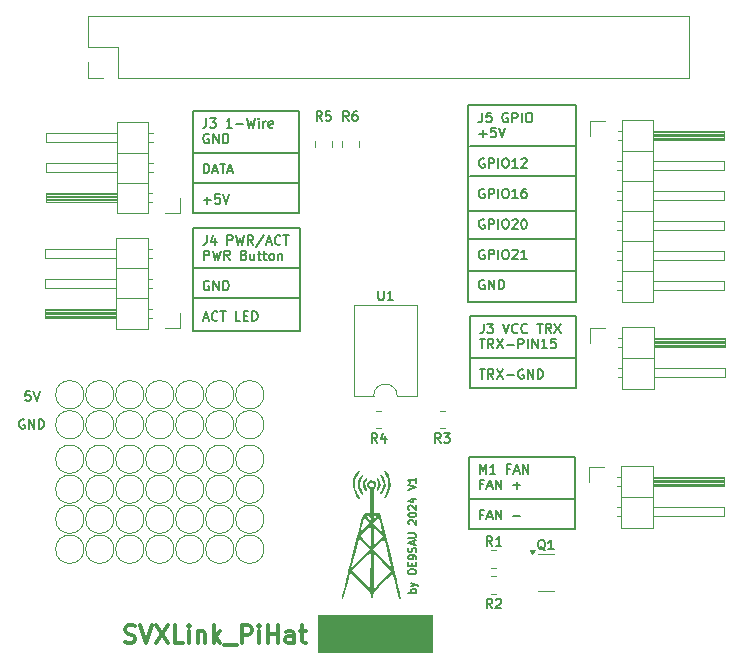
<source format=gbr>
G04 #@! TF.GenerationSoftware,KiCad,Pcbnew,8.0.0*
G04 #@! TF.CreationDate,2024-09-16T09:54:48+02:00*
G04 #@! TF.ProjectId,SVXLink_PiHat_V1,5356584c-696e-46b5-9f50-694861745f56,rev?*
G04 #@! TF.SameCoordinates,Original*
G04 #@! TF.FileFunction,Legend,Top*
G04 #@! TF.FilePolarity,Positive*
%FSLAX46Y46*%
G04 Gerber Fmt 4.6, Leading zero omitted, Abs format (unit mm)*
G04 Created by KiCad (PCBNEW 8.0.0) date 2024-09-16 09:54:48*
%MOMM*%
%LPD*%
G01*
G04 APERTURE LIST*
%ADD10C,0.200000*%
%ADD11C,0.120000*%
%ADD12C,0.160000*%
%ADD13C,0.300000*%
%ADD14C,0.150000*%
%ADD15C,0.000000*%
G04 APERTURE END LIST*
D10*
X92964000Y-80365600D02*
X101981000Y-80365600D01*
X116370100Y-72961500D02*
X125387100Y-72961500D01*
X116433600Y-85420200D02*
X125450600Y-85420200D01*
X116433600Y-69977000D02*
X125450600Y-69977000D01*
X116433600Y-67437000D02*
X125450600Y-67437000D01*
X116370100Y-78041500D02*
X125387100Y-78041500D01*
D11*
X103578180Y-107181613D02*
X113179380Y-107181613D01*
X113179380Y-110331213D01*
X103578180Y-110331213D01*
X103578180Y-107181613D01*
G36*
X103578180Y-107181613D02*
G01*
X113179380Y-107181613D01*
X113179380Y-110331213D01*
X103578180Y-110331213D01*
X103578180Y-107181613D01*
G37*
D10*
X116332000Y-97345500D02*
X125349000Y-97345500D01*
X92964000Y-70586600D02*
X101981000Y-70586600D01*
X92964000Y-68046600D02*
X101981000Y-68046600D01*
X116370100Y-75374500D02*
X125387100Y-75374500D01*
X92989400Y-77825600D02*
X102006400Y-77825600D01*
X78697101Y-90629790D02*
X78620911Y-90591695D01*
X78620911Y-90591695D02*
X78506625Y-90591695D01*
X78506625Y-90591695D02*
X78392339Y-90629790D01*
X78392339Y-90629790D02*
X78316149Y-90705980D01*
X78316149Y-90705980D02*
X78278054Y-90782171D01*
X78278054Y-90782171D02*
X78239958Y-90934552D01*
X78239958Y-90934552D02*
X78239958Y-91048838D01*
X78239958Y-91048838D02*
X78278054Y-91201219D01*
X78278054Y-91201219D02*
X78316149Y-91277409D01*
X78316149Y-91277409D02*
X78392339Y-91353600D01*
X78392339Y-91353600D02*
X78506625Y-91391695D01*
X78506625Y-91391695D02*
X78582816Y-91391695D01*
X78582816Y-91391695D02*
X78697101Y-91353600D01*
X78697101Y-91353600D02*
X78735197Y-91315504D01*
X78735197Y-91315504D02*
X78735197Y-91048838D01*
X78735197Y-91048838D02*
X78582816Y-91048838D01*
X79078054Y-91391695D02*
X79078054Y-90591695D01*
X79078054Y-90591695D02*
X79535197Y-91391695D01*
X79535197Y-91391695D02*
X79535197Y-90591695D01*
X79916149Y-91391695D02*
X79916149Y-90591695D01*
X79916149Y-90591695D02*
X80106625Y-90591695D01*
X80106625Y-90591695D02*
X80220911Y-90629790D01*
X80220911Y-90629790D02*
X80297101Y-90705980D01*
X80297101Y-90705980D02*
X80335196Y-90782171D01*
X80335196Y-90782171D02*
X80373292Y-90934552D01*
X80373292Y-90934552D02*
X80373292Y-91048838D01*
X80373292Y-91048838D02*
X80335196Y-91201219D01*
X80335196Y-91201219D02*
X80297101Y-91277409D01*
X80297101Y-91277409D02*
X80220911Y-91353600D01*
X80220911Y-91353600D02*
X80106625Y-91391695D01*
X80106625Y-91391695D02*
X79916149Y-91391695D01*
D12*
X111855911Y-105276975D02*
X111205911Y-105276975D01*
X111453530Y-105276975D02*
X111422578Y-105215070D01*
X111422578Y-105215070D02*
X111422578Y-105091260D01*
X111422578Y-105091260D02*
X111453530Y-105029356D01*
X111453530Y-105029356D02*
X111484482Y-104998403D01*
X111484482Y-104998403D02*
X111546387Y-104967451D01*
X111546387Y-104967451D02*
X111732101Y-104967451D01*
X111732101Y-104967451D02*
X111794006Y-104998403D01*
X111794006Y-104998403D02*
X111824959Y-105029356D01*
X111824959Y-105029356D02*
X111855911Y-105091260D01*
X111855911Y-105091260D02*
X111855911Y-105215070D01*
X111855911Y-105215070D02*
X111824959Y-105276975D01*
X111422578Y-104750784D02*
X111855911Y-104596022D01*
X111422578Y-104441261D02*
X111855911Y-104596022D01*
X111855911Y-104596022D02*
X112010673Y-104657927D01*
X112010673Y-104657927D02*
X112041625Y-104688880D01*
X112041625Y-104688880D02*
X112072578Y-104750784D01*
X111205911Y-103574594D02*
X111205911Y-103450785D01*
X111205911Y-103450785D02*
X111236863Y-103388880D01*
X111236863Y-103388880D02*
X111298768Y-103326975D01*
X111298768Y-103326975D02*
X111422578Y-103296023D01*
X111422578Y-103296023D02*
X111639244Y-103296023D01*
X111639244Y-103296023D02*
X111763054Y-103326975D01*
X111763054Y-103326975D02*
X111824959Y-103388880D01*
X111824959Y-103388880D02*
X111855911Y-103450785D01*
X111855911Y-103450785D02*
X111855911Y-103574594D01*
X111855911Y-103574594D02*
X111824959Y-103636499D01*
X111824959Y-103636499D02*
X111763054Y-103698404D01*
X111763054Y-103698404D02*
X111639244Y-103729356D01*
X111639244Y-103729356D02*
X111422578Y-103729356D01*
X111422578Y-103729356D02*
X111298768Y-103698404D01*
X111298768Y-103698404D02*
X111236863Y-103636499D01*
X111236863Y-103636499D02*
X111205911Y-103574594D01*
X111515435Y-103017452D02*
X111515435Y-102800785D01*
X111855911Y-102707928D02*
X111855911Y-103017452D01*
X111855911Y-103017452D02*
X111205911Y-103017452D01*
X111205911Y-103017452D02*
X111205911Y-102707928D01*
X111855911Y-102398404D02*
X111855911Y-102274595D01*
X111855911Y-102274595D02*
X111824959Y-102212690D01*
X111824959Y-102212690D02*
X111794006Y-102181738D01*
X111794006Y-102181738D02*
X111701149Y-102119833D01*
X111701149Y-102119833D02*
X111577339Y-102088880D01*
X111577339Y-102088880D02*
X111329720Y-102088880D01*
X111329720Y-102088880D02*
X111267816Y-102119833D01*
X111267816Y-102119833D02*
X111236863Y-102150785D01*
X111236863Y-102150785D02*
X111205911Y-102212690D01*
X111205911Y-102212690D02*
X111205911Y-102336499D01*
X111205911Y-102336499D02*
X111236863Y-102398404D01*
X111236863Y-102398404D02*
X111267816Y-102429357D01*
X111267816Y-102429357D02*
X111329720Y-102460309D01*
X111329720Y-102460309D02*
X111484482Y-102460309D01*
X111484482Y-102460309D02*
X111546387Y-102429357D01*
X111546387Y-102429357D02*
X111577339Y-102398404D01*
X111577339Y-102398404D02*
X111608292Y-102336499D01*
X111608292Y-102336499D02*
X111608292Y-102212690D01*
X111608292Y-102212690D02*
X111577339Y-102150785D01*
X111577339Y-102150785D02*
X111546387Y-102119833D01*
X111546387Y-102119833D02*
X111484482Y-102088880D01*
X111824959Y-101841261D02*
X111855911Y-101748404D01*
X111855911Y-101748404D02*
X111855911Y-101593642D01*
X111855911Y-101593642D02*
X111824959Y-101531737D01*
X111824959Y-101531737D02*
X111794006Y-101500785D01*
X111794006Y-101500785D02*
X111732101Y-101469832D01*
X111732101Y-101469832D02*
X111670197Y-101469832D01*
X111670197Y-101469832D02*
X111608292Y-101500785D01*
X111608292Y-101500785D02*
X111577339Y-101531737D01*
X111577339Y-101531737D02*
X111546387Y-101593642D01*
X111546387Y-101593642D02*
X111515435Y-101717451D01*
X111515435Y-101717451D02*
X111484482Y-101779356D01*
X111484482Y-101779356D02*
X111453530Y-101810309D01*
X111453530Y-101810309D02*
X111391625Y-101841261D01*
X111391625Y-101841261D02*
X111329720Y-101841261D01*
X111329720Y-101841261D02*
X111267816Y-101810309D01*
X111267816Y-101810309D02*
X111236863Y-101779356D01*
X111236863Y-101779356D02*
X111205911Y-101717451D01*
X111205911Y-101717451D02*
X111205911Y-101562690D01*
X111205911Y-101562690D02*
X111236863Y-101469832D01*
X111670197Y-101222213D02*
X111670197Y-100912689D01*
X111855911Y-101284118D02*
X111205911Y-101067451D01*
X111205911Y-101067451D02*
X111855911Y-100850784D01*
X111205911Y-100634118D02*
X111732101Y-100634118D01*
X111732101Y-100634118D02*
X111794006Y-100603165D01*
X111794006Y-100603165D02*
X111824959Y-100572213D01*
X111824959Y-100572213D02*
X111855911Y-100510308D01*
X111855911Y-100510308D02*
X111855911Y-100386499D01*
X111855911Y-100386499D02*
X111824959Y-100324594D01*
X111824959Y-100324594D02*
X111794006Y-100293641D01*
X111794006Y-100293641D02*
X111732101Y-100262689D01*
X111732101Y-100262689D02*
X111205911Y-100262689D01*
X111267816Y-99488880D02*
X111236863Y-99457928D01*
X111236863Y-99457928D02*
X111205911Y-99396023D01*
X111205911Y-99396023D02*
X111205911Y-99241261D01*
X111205911Y-99241261D02*
X111236863Y-99179356D01*
X111236863Y-99179356D02*
X111267816Y-99148404D01*
X111267816Y-99148404D02*
X111329720Y-99117451D01*
X111329720Y-99117451D02*
X111391625Y-99117451D01*
X111391625Y-99117451D02*
X111484482Y-99148404D01*
X111484482Y-99148404D02*
X111855911Y-99519832D01*
X111855911Y-99519832D02*
X111855911Y-99117451D01*
X111205911Y-98715070D02*
X111205911Y-98653165D01*
X111205911Y-98653165D02*
X111236863Y-98591261D01*
X111236863Y-98591261D02*
X111267816Y-98560308D01*
X111267816Y-98560308D02*
X111329720Y-98529356D01*
X111329720Y-98529356D02*
X111453530Y-98498403D01*
X111453530Y-98498403D02*
X111608292Y-98498403D01*
X111608292Y-98498403D02*
X111732101Y-98529356D01*
X111732101Y-98529356D02*
X111794006Y-98560308D01*
X111794006Y-98560308D02*
X111824959Y-98591261D01*
X111824959Y-98591261D02*
X111855911Y-98653165D01*
X111855911Y-98653165D02*
X111855911Y-98715070D01*
X111855911Y-98715070D02*
X111824959Y-98776975D01*
X111824959Y-98776975D02*
X111794006Y-98807927D01*
X111794006Y-98807927D02*
X111732101Y-98838880D01*
X111732101Y-98838880D02*
X111608292Y-98869832D01*
X111608292Y-98869832D02*
X111453530Y-98869832D01*
X111453530Y-98869832D02*
X111329720Y-98838880D01*
X111329720Y-98838880D02*
X111267816Y-98807927D01*
X111267816Y-98807927D02*
X111236863Y-98776975D01*
X111236863Y-98776975D02*
X111205911Y-98715070D01*
X111267816Y-98250784D02*
X111236863Y-98219832D01*
X111236863Y-98219832D02*
X111205911Y-98157927D01*
X111205911Y-98157927D02*
X111205911Y-98003165D01*
X111205911Y-98003165D02*
X111236863Y-97941260D01*
X111236863Y-97941260D02*
X111267816Y-97910308D01*
X111267816Y-97910308D02*
X111329720Y-97879355D01*
X111329720Y-97879355D02*
X111391625Y-97879355D01*
X111391625Y-97879355D02*
X111484482Y-97910308D01*
X111484482Y-97910308D02*
X111855911Y-98281736D01*
X111855911Y-98281736D02*
X111855911Y-97879355D01*
X111422578Y-97322212D02*
X111855911Y-97322212D01*
X111174959Y-97476974D02*
X111639244Y-97631736D01*
X111639244Y-97631736D02*
X111639244Y-97229355D01*
X111205911Y-96579355D02*
X111855911Y-96362688D01*
X111855911Y-96362688D02*
X111205911Y-96146021D01*
X111855911Y-95588878D02*
X111855911Y-95960307D01*
X111855911Y-95774593D02*
X111205911Y-95774593D01*
X111205911Y-95774593D02*
X111298768Y-95836497D01*
X111298768Y-95836497D02*
X111360673Y-95898402D01*
X111360673Y-95898402D02*
X111391625Y-95960307D01*
D13*
X87233082Y-109479400D02*
X87447368Y-109550828D01*
X87447368Y-109550828D02*
X87804510Y-109550828D01*
X87804510Y-109550828D02*
X87947368Y-109479400D01*
X87947368Y-109479400D02*
X88018796Y-109407971D01*
X88018796Y-109407971D02*
X88090225Y-109265114D01*
X88090225Y-109265114D02*
X88090225Y-109122257D01*
X88090225Y-109122257D02*
X88018796Y-108979400D01*
X88018796Y-108979400D02*
X87947368Y-108907971D01*
X87947368Y-108907971D02*
X87804510Y-108836542D01*
X87804510Y-108836542D02*
X87518796Y-108765114D01*
X87518796Y-108765114D02*
X87375939Y-108693685D01*
X87375939Y-108693685D02*
X87304510Y-108622257D01*
X87304510Y-108622257D02*
X87233082Y-108479400D01*
X87233082Y-108479400D02*
X87233082Y-108336542D01*
X87233082Y-108336542D02*
X87304510Y-108193685D01*
X87304510Y-108193685D02*
X87375939Y-108122257D01*
X87375939Y-108122257D02*
X87518796Y-108050828D01*
X87518796Y-108050828D02*
X87875939Y-108050828D01*
X87875939Y-108050828D02*
X88090225Y-108122257D01*
X88518796Y-108050828D02*
X89018796Y-109550828D01*
X89018796Y-109550828D02*
X89518796Y-108050828D01*
X89875938Y-108050828D02*
X90875938Y-109550828D01*
X90875938Y-108050828D02*
X89875938Y-109550828D01*
X92161652Y-109550828D02*
X91447366Y-109550828D01*
X91447366Y-109550828D02*
X91447366Y-108050828D01*
X92661652Y-109550828D02*
X92661652Y-108550828D01*
X92661652Y-108050828D02*
X92590224Y-108122257D01*
X92590224Y-108122257D02*
X92661652Y-108193685D01*
X92661652Y-108193685D02*
X92733081Y-108122257D01*
X92733081Y-108122257D02*
X92661652Y-108050828D01*
X92661652Y-108050828D02*
X92661652Y-108193685D01*
X93375938Y-108550828D02*
X93375938Y-109550828D01*
X93375938Y-108693685D02*
X93447367Y-108622257D01*
X93447367Y-108622257D02*
X93590224Y-108550828D01*
X93590224Y-108550828D02*
X93804510Y-108550828D01*
X93804510Y-108550828D02*
X93947367Y-108622257D01*
X93947367Y-108622257D02*
X94018796Y-108765114D01*
X94018796Y-108765114D02*
X94018796Y-109550828D01*
X94733081Y-109550828D02*
X94733081Y-108050828D01*
X94875939Y-108979400D02*
X95304510Y-109550828D01*
X95304510Y-108550828D02*
X94733081Y-109122257D01*
X95590225Y-109693685D02*
X96733082Y-109693685D01*
X97090224Y-109550828D02*
X97090224Y-108050828D01*
X97090224Y-108050828D02*
X97661653Y-108050828D01*
X97661653Y-108050828D02*
X97804510Y-108122257D01*
X97804510Y-108122257D02*
X97875939Y-108193685D01*
X97875939Y-108193685D02*
X97947367Y-108336542D01*
X97947367Y-108336542D02*
X97947367Y-108550828D01*
X97947367Y-108550828D02*
X97875939Y-108693685D01*
X97875939Y-108693685D02*
X97804510Y-108765114D01*
X97804510Y-108765114D02*
X97661653Y-108836542D01*
X97661653Y-108836542D02*
X97090224Y-108836542D01*
X98590224Y-109550828D02*
X98590224Y-108550828D01*
X98590224Y-108050828D02*
X98518796Y-108122257D01*
X98518796Y-108122257D02*
X98590224Y-108193685D01*
X98590224Y-108193685D02*
X98661653Y-108122257D01*
X98661653Y-108122257D02*
X98590224Y-108050828D01*
X98590224Y-108050828D02*
X98590224Y-108193685D01*
X99304510Y-109550828D02*
X99304510Y-108050828D01*
X99304510Y-108765114D02*
X100161653Y-108765114D01*
X100161653Y-109550828D02*
X100161653Y-108050828D01*
X101518797Y-109550828D02*
X101518797Y-108765114D01*
X101518797Y-108765114D02*
X101447368Y-108622257D01*
X101447368Y-108622257D02*
X101304511Y-108550828D01*
X101304511Y-108550828D02*
X101018797Y-108550828D01*
X101018797Y-108550828D02*
X100875939Y-108622257D01*
X101518797Y-109479400D02*
X101375939Y-109550828D01*
X101375939Y-109550828D02*
X101018797Y-109550828D01*
X101018797Y-109550828D02*
X100875939Y-109479400D01*
X100875939Y-109479400D02*
X100804511Y-109336542D01*
X100804511Y-109336542D02*
X100804511Y-109193685D01*
X100804511Y-109193685D02*
X100875939Y-109050828D01*
X100875939Y-109050828D02*
X101018797Y-108979400D01*
X101018797Y-108979400D02*
X101375939Y-108979400D01*
X101375939Y-108979400D02*
X101518797Y-108907971D01*
X102018797Y-108550828D02*
X102590225Y-108550828D01*
X102233082Y-108050828D02*
X102233082Y-109336542D01*
X102233082Y-109336542D02*
X102304511Y-109479400D01*
X102304511Y-109479400D02*
X102447368Y-109550828D01*
X102447368Y-109550828D02*
X102590225Y-109550828D01*
D10*
X79203006Y-88236695D02*
X78822054Y-88236695D01*
X78822054Y-88236695D02*
X78783958Y-88617647D01*
X78783958Y-88617647D02*
X78822054Y-88579552D01*
X78822054Y-88579552D02*
X78898244Y-88541457D01*
X78898244Y-88541457D02*
X79088720Y-88541457D01*
X79088720Y-88541457D02*
X79164911Y-88579552D01*
X79164911Y-88579552D02*
X79203006Y-88617647D01*
X79203006Y-88617647D02*
X79241101Y-88693838D01*
X79241101Y-88693838D02*
X79241101Y-88884314D01*
X79241101Y-88884314D02*
X79203006Y-88960504D01*
X79203006Y-88960504D02*
X79164911Y-88998600D01*
X79164911Y-88998600D02*
X79088720Y-89036695D01*
X79088720Y-89036695D02*
X78898244Y-89036695D01*
X78898244Y-89036695D02*
X78822054Y-88998600D01*
X78822054Y-88998600D02*
X78783958Y-88960504D01*
X79469673Y-88236695D02*
X79736340Y-89036695D01*
X79736340Y-89036695D02*
X80003006Y-88236695D01*
X117254054Y-95217195D02*
X117254054Y-94417195D01*
X117254054Y-94417195D02*
X117520720Y-94988623D01*
X117520720Y-94988623D02*
X117787387Y-94417195D01*
X117787387Y-94417195D02*
X117787387Y-95217195D01*
X118587387Y-95217195D02*
X118130244Y-95217195D01*
X118358816Y-95217195D02*
X118358816Y-94417195D01*
X118358816Y-94417195D02*
X118282625Y-94531480D01*
X118282625Y-94531480D02*
X118206435Y-94607671D01*
X118206435Y-94607671D02*
X118130244Y-94645766D01*
X119806435Y-94798147D02*
X119539769Y-94798147D01*
X119539769Y-95217195D02*
X119539769Y-94417195D01*
X119539769Y-94417195D02*
X119920721Y-94417195D01*
X120187387Y-94988623D02*
X120568340Y-94988623D01*
X120111197Y-95217195D02*
X120377864Y-94417195D01*
X120377864Y-94417195D02*
X120644530Y-95217195D01*
X120911197Y-95217195D02*
X120911197Y-94417195D01*
X120911197Y-94417195D02*
X121368340Y-95217195D01*
X121368340Y-95217195D02*
X121368340Y-94417195D01*
X117520720Y-96086102D02*
X117254054Y-96086102D01*
X117254054Y-96505150D02*
X117254054Y-95705150D01*
X117254054Y-95705150D02*
X117635006Y-95705150D01*
X117901672Y-96276578D02*
X118282625Y-96276578D01*
X117825482Y-96505150D02*
X118092149Y-95705150D01*
X118092149Y-95705150D02*
X118358815Y-96505150D01*
X118625482Y-96505150D02*
X118625482Y-95705150D01*
X118625482Y-95705150D02*
X119082625Y-96505150D01*
X119082625Y-96505150D02*
X119082625Y-95705150D01*
X120073101Y-96200388D02*
X120682625Y-96200388D01*
X120377863Y-96505150D02*
X120377863Y-95895626D01*
X117520720Y-98662012D02*
X117254054Y-98662012D01*
X117254054Y-99081060D02*
X117254054Y-98281060D01*
X117254054Y-98281060D02*
X117635006Y-98281060D01*
X117901672Y-98852488D02*
X118282625Y-98852488D01*
X117825482Y-99081060D02*
X118092149Y-98281060D01*
X118092149Y-98281060D02*
X118358815Y-99081060D01*
X118625482Y-99081060D02*
X118625482Y-98281060D01*
X118625482Y-98281060D02*
X119082625Y-99081060D01*
X119082625Y-99081060D02*
X119082625Y-98281060D01*
X120073101Y-98776298D02*
X120682625Y-98776298D01*
X116332000Y-93789500D02*
X125349000Y-93789500D01*
X125349000Y-99885500D01*
X116332000Y-99885500D01*
X116332000Y-93789500D01*
X117584225Y-82491895D02*
X117584225Y-83063323D01*
X117584225Y-83063323D02*
X117546130Y-83177609D01*
X117546130Y-83177609D02*
X117469939Y-83253800D01*
X117469939Y-83253800D02*
X117355654Y-83291895D01*
X117355654Y-83291895D02*
X117279463Y-83291895D01*
X117888987Y-82491895D02*
X118384225Y-82491895D01*
X118384225Y-82491895D02*
X118117559Y-82796657D01*
X118117559Y-82796657D02*
X118231844Y-82796657D01*
X118231844Y-82796657D02*
X118308035Y-82834752D01*
X118308035Y-82834752D02*
X118346130Y-82872847D01*
X118346130Y-82872847D02*
X118384225Y-82949038D01*
X118384225Y-82949038D02*
X118384225Y-83139514D01*
X118384225Y-83139514D02*
X118346130Y-83215704D01*
X118346130Y-83215704D02*
X118308035Y-83253800D01*
X118308035Y-83253800D02*
X118231844Y-83291895D01*
X118231844Y-83291895D02*
X118003273Y-83291895D01*
X118003273Y-83291895D02*
X117927082Y-83253800D01*
X117927082Y-83253800D02*
X117888987Y-83215704D01*
X119222321Y-82491895D02*
X119488988Y-83291895D01*
X119488988Y-83291895D02*
X119755654Y-82491895D01*
X120479464Y-83215704D02*
X120441368Y-83253800D01*
X120441368Y-83253800D02*
X120327083Y-83291895D01*
X120327083Y-83291895D02*
X120250892Y-83291895D01*
X120250892Y-83291895D02*
X120136606Y-83253800D01*
X120136606Y-83253800D02*
X120060416Y-83177609D01*
X120060416Y-83177609D02*
X120022321Y-83101419D01*
X120022321Y-83101419D02*
X119984225Y-82949038D01*
X119984225Y-82949038D02*
X119984225Y-82834752D01*
X119984225Y-82834752D02*
X120022321Y-82682371D01*
X120022321Y-82682371D02*
X120060416Y-82606180D01*
X120060416Y-82606180D02*
X120136606Y-82529990D01*
X120136606Y-82529990D02*
X120250892Y-82491895D01*
X120250892Y-82491895D02*
X120327083Y-82491895D01*
X120327083Y-82491895D02*
X120441368Y-82529990D01*
X120441368Y-82529990D02*
X120479464Y-82568085D01*
X121279464Y-83215704D02*
X121241368Y-83253800D01*
X121241368Y-83253800D02*
X121127083Y-83291895D01*
X121127083Y-83291895D02*
X121050892Y-83291895D01*
X121050892Y-83291895D02*
X120936606Y-83253800D01*
X120936606Y-83253800D02*
X120860416Y-83177609D01*
X120860416Y-83177609D02*
X120822321Y-83101419D01*
X120822321Y-83101419D02*
X120784225Y-82949038D01*
X120784225Y-82949038D02*
X120784225Y-82834752D01*
X120784225Y-82834752D02*
X120822321Y-82682371D01*
X120822321Y-82682371D02*
X120860416Y-82606180D01*
X120860416Y-82606180D02*
X120936606Y-82529990D01*
X120936606Y-82529990D02*
X121050892Y-82491895D01*
X121050892Y-82491895D02*
X121127083Y-82491895D01*
X121127083Y-82491895D02*
X121241368Y-82529990D01*
X121241368Y-82529990D02*
X121279464Y-82568085D01*
X122117559Y-82491895D02*
X122574702Y-82491895D01*
X122346130Y-83291895D02*
X122346130Y-82491895D01*
X123298512Y-83291895D02*
X123031845Y-82910942D01*
X122841369Y-83291895D02*
X122841369Y-82491895D01*
X122841369Y-82491895D02*
X123146131Y-82491895D01*
X123146131Y-82491895D02*
X123222321Y-82529990D01*
X123222321Y-82529990D02*
X123260416Y-82568085D01*
X123260416Y-82568085D02*
X123298512Y-82644276D01*
X123298512Y-82644276D02*
X123298512Y-82758561D01*
X123298512Y-82758561D02*
X123260416Y-82834752D01*
X123260416Y-82834752D02*
X123222321Y-82872847D01*
X123222321Y-82872847D02*
X123146131Y-82910942D01*
X123146131Y-82910942D02*
X122841369Y-82910942D01*
X123565178Y-82491895D02*
X124098512Y-83291895D01*
X124098512Y-82491895D02*
X123565178Y-83291895D01*
X117241368Y-83779850D02*
X117698511Y-83779850D01*
X117469939Y-84579850D02*
X117469939Y-83779850D01*
X118422321Y-84579850D02*
X118155654Y-84198897D01*
X117965178Y-84579850D02*
X117965178Y-83779850D01*
X117965178Y-83779850D02*
X118269940Y-83779850D01*
X118269940Y-83779850D02*
X118346130Y-83817945D01*
X118346130Y-83817945D02*
X118384225Y-83856040D01*
X118384225Y-83856040D02*
X118422321Y-83932231D01*
X118422321Y-83932231D02*
X118422321Y-84046516D01*
X118422321Y-84046516D02*
X118384225Y-84122707D01*
X118384225Y-84122707D02*
X118346130Y-84160802D01*
X118346130Y-84160802D02*
X118269940Y-84198897D01*
X118269940Y-84198897D02*
X117965178Y-84198897D01*
X118688987Y-83779850D02*
X119222321Y-84579850D01*
X119222321Y-83779850D02*
X118688987Y-84579850D01*
X119527083Y-84275088D02*
X120136607Y-84275088D01*
X120517559Y-84579850D02*
X120517559Y-83779850D01*
X120517559Y-83779850D02*
X120822321Y-83779850D01*
X120822321Y-83779850D02*
X120898511Y-83817945D01*
X120898511Y-83817945D02*
X120936606Y-83856040D01*
X120936606Y-83856040D02*
X120974702Y-83932231D01*
X120974702Y-83932231D02*
X120974702Y-84046516D01*
X120974702Y-84046516D02*
X120936606Y-84122707D01*
X120936606Y-84122707D02*
X120898511Y-84160802D01*
X120898511Y-84160802D02*
X120822321Y-84198897D01*
X120822321Y-84198897D02*
X120517559Y-84198897D01*
X121317559Y-84579850D02*
X121317559Y-83779850D01*
X121698511Y-84579850D02*
X121698511Y-83779850D01*
X121698511Y-83779850D02*
X122155654Y-84579850D01*
X122155654Y-84579850D02*
X122155654Y-83779850D01*
X122955653Y-84579850D02*
X122498510Y-84579850D01*
X122727082Y-84579850D02*
X122727082Y-83779850D01*
X122727082Y-83779850D02*
X122650891Y-83894135D01*
X122650891Y-83894135D02*
X122574701Y-83970326D01*
X122574701Y-83970326D02*
X122498510Y-84008421D01*
X123679463Y-83779850D02*
X123298511Y-83779850D01*
X123298511Y-83779850D02*
X123260415Y-84160802D01*
X123260415Y-84160802D02*
X123298511Y-84122707D01*
X123298511Y-84122707D02*
X123374701Y-84084612D01*
X123374701Y-84084612D02*
X123565177Y-84084612D01*
X123565177Y-84084612D02*
X123641368Y-84122707D01*
X123641368Y-84122707D02*
X123679463Y-84160802D01*
X123679463Y-84160802D02*
X123717558Y-84236993D01*
X123717558Y-84236993D02*
X123717558Y-84427469D01*
X123717558Y-84427469D02*
X123679463Y-84503659D01*
X123679463Y-84503659D02*
X123641368Y-84541755D01*
X123641368Y-84541755D02*
X123565177Y-84579850D01*
X123565177Y-84579850D02*
X123374701Y-84579850D01*
X123374701Y-84579850D02*
X123298511Y-84541755D01*
X123298511Y-84541755D02*
X123260415Y-84503659D01*
X117241368Y-86355760D02*
X117698511Y-86355760D01*
X117469939Y-87155760D02*
X117469939Y-86355760D01*
X118422321Y-87155760D02*
X118155654Y-86774807D01*
X117965178Y-87155760D02*
X117965178Y-86355760D01*
X117965178Y-86355760D02*
X118269940Y-86355760D01*
X118269940Y-86355760D02*
X118346130Y-86393855D01*
X118346130Y-86393855D02*
X118384225Y-86431950D01*
X118384225Y-86431950D02*
X118422321Y-86508141D01*
X118422321Y-86508141D02*
X118422321Y-86622426D01*
X118422321Y-86622426D02*
X118384225Y-86698617D01*
X118384225Y-86698617D02*
X118346130Y-86736712D01*
X118346130Y-86736712D02*
X118269940Y-86774807D01*
X118269940Y-86774807D02*
X117965178Y-86774807D01*
X118688987Y-86355760D02*
X119222321Y-87155760D01*
X119222321Y-86355760D02*
X118688987Y-87155760D01*
X119527083Y-86850998D02*
X120136607Y-86850998D01*
X120936606Y-86393855D02*
X120860416Y-86355760D01*
X120860416Y-86355760D02*
X120746130Y-86355760D01*
X120746130Y-86355760D02*
X120631844Y-86393855D01*
X120631844Y-86393855D02*
X120555654Y-86470045D01*
X120555654Y-86470045D02*
X120517559Y-86546236D01*
X120517559Y-86546236D02*
X120479463Y-86698617D01*
X120479463Y-86698617D02*
X120479463Y-86812903D01*
X120479463Y-86812903D02*
X120517559Y-86965284D01*
X120517559Y-86965284D02*
X120555654Y-87041474D01*
X120555654Y-87041474D02*
X120631844Y-87117665D01*
X120631844Y-87117665D02*
X120746130Y-87155760D01*
X120746130Y-87155760D02*
X120822321Y-87155760D01*
X120822321Y-87155760D02*
X120936606Y-87117665D01*
X120936606Y-87117665D02*
X120974702Y-87079569D01*
X120974702Y-87079569D02*
X120974702Y-86812903D01*
X120974702Y-86812903D02*
X120822321Y-86812903D01*
X121317559Y-87155760D02*
X121317559Y-86355760D01*
X121317559Y-86355760D02*
X121774702Y-87155760D01*
X121774702Y-87155760D02*
X121774702Y-86355760D01*
X122155654Y-87155760D02*
X122155654Y-86355760D01*
X122155654Y-86355760D02*
X122346130Y-86355760D01*
X122346130Y-86355760D02*
X122460416Y-86393855D01*
X122460416Y-86393855D02*
X122536606Y-86470045D01*
X122536606Y-86470045D02*
X122574701Y-86546236D01*
X122574701Y-86546236D02*
X122612797Y-86698617D01*
X122612797Y-86698617D02*
X122612797Y-86812903D01*
X122612797Y-86812903D02*
X122574701Y-86965284D01*
X122574701Y-86965284D02*
X122536606Y-87041474D01*
X122536606Y-87041474D02*
X122460416Y-87117665D01*
X122460416Y-87117665D02*
X122346130Y-87155760D01*
X122346130Y-87155760D02*
X122155654Y-87155760D01*
X116433600Y-81864200D02*
X125450600Y-81864200D01*
X125450600Y-87960200D01*
X116433600Y-87960200D01*
X116433600Y-81864200D01*
X94114625Y-65118295D02*
X94114625Y-65689723D01*
X94114625Y-65689723D02*
X94076530Y-65804009D01*
X94076530Y-65804009D02*
X94000339Y-65880200D01*
X94000339Y-65880200D02*
X93886054Y-65918295D01*
X93886054Y-65918295D02*
X93809863Y-65918295D01*
X94419387Y-65118295D02*
X94914625Y-65118295D01*
X94914625Y-65118295D02*
X94647959Y-65423057D01*
X94647959Y-65423057D02*
X94762244Y-65423057D01*
X94762244Y-65423057D02*
X94838435Y-65461152D01*
X94838435Y-65461152D02*
X94876530Y-65499247D01*
X94876530Y-65499247D02*
X94914625Y-65575438D01*
X94914625Y-65575438D02*
X94914625Y-65765914D01*
X94914625Y-65765914D02*
X94876530Y-65842104D01*
X94876530Y-65842104D02*
X94838435Y-65880200D01*
X94838435Y-65880200D02*
X94762244Y-65918295D01*
X94762244Y-65918295D02*
X94533673Y-65918295D01*
X94533673Y-65918295D02*
X94457482Y-65880200D01*
X94457482Y-65880200D02*
X94419387Y-65842104D01*
X96286054Y-65918295D02*
X95828911Y-65918295D01*
X96057483Y-65918295D02*
X96057483Y-65118295D01*
X96057483Y-65118295D02*
X95981292Y-65232580D01*
X95981292Y-65232580D02*
X95905102Y-65308771D01*
X95905102Y-65308771D02*
X95828911Y-65346866D01*
X96628912Y-65613533D02*
X97238436Y-65613533D01*
X97543197Y-65118295D02*
X97733673Y-65918295D01*
X97733673Y-65918295D02*
X97886054Y-65346866D01*
X97886054Y-65346866D02*
X98038435Y-65918295D01*
X98038435Y-65918295D02*
X98228912Y-65118295D01*
X98533674Y-65918295D02*
X98533674Y-65384961D01*
X98533674Y-65118295D02*
X98495578Y-65156390D01*
X98495578Y-65156390D02*
X98533674Y-65194485D01*
X98533674Y-65194485D02*
X98571769Y-65156390D01*
X98571769Y-65156390D02*
X98533674Y-65118295D01*
X98533674Y-65118295D02*
X98533674Y-65194485D01*
X98914626Y-65918295D02*
X98914626Y-65384961D01*
X98914626Y-65537342D02*
X98952721Y-65461152D01*
X98952721Y-65461152D02*
X98990816Y-65423057D01*
X98990816Y-65423057D02*
X99067007Y-65384961D01*
X99067007Y-65384961D02*
X99143197Y-65384961D01*
X99714626Y-65880200D02*
X99638435Y-65918295D01*
X99638435Y-65918295D02*
X99486054Y-65918295D01*
X99486054Y-65918295D02*
X99409864Y-65880200D01*
X99409864Y-65880200D02*
X99371768Y-65804009D01*
X99371768Y-65804009D02*
X99371768Y-65499247D01*
X99371768Y-65499247D02*
X99409864Y-65423057D01*
X99409864Y-65423057D02*
X99486054Y-65384961D01*
X99486054Y-65384961D02*
X99638435Y-65384961D01*
X99638435Y-65384961D02*
X99714626Y-65423057D01*
X99714626Y-65423057D02*
X99752721Y-65499247D01*
X99752721Y-65499247D02*
X99752721Y-65575438D01*
X99752721Y-65575438D02*
X99371768Y-65651628D01*
X94305101Y-66444345D02*
X94228911Y-66406250D01*
X94228911Y-66406250D02*
X94114625Y-66406250D01*
X94114625Y-66406250D02*
X94000339Y-66444345D01*
X94000339Y-66444345D02*
X93924149Y-66520535D01*
X93924149Y-66520535D02*
X93886054Y-66596726D01*
X93886054Y-66596726D02*
X93847958Y-66749107D01*
X93847958Y-66749107D02*
X93847958Y-66863393D01*
X93847958Y-66863393D02*
X93886054Y-67015774D01*
X93886054Y-67015774D02*
X93924149Y-67091964D01*
X93924149Y-67091964D02*
X94000339Y-67168155D01*
X94000339Y-67168155D02*
X94114625Y-67206250D01*
X94114625Y-67206250D02*
X94190816Y-67206250D01*
X94190816Y-67206250D02*
X94305101Y-67168155D01*
X94305101Y-67168155D02*
X94343197Y-67130059D01*
X94343197Y-67130059D02*
X94343197Y-66863393D01*
X94343197Y-66863393D02*
X94190816Y-66863393D01*
X94686054Y-67206250D02*
X94686054Y-66406250D01*
X94686054Y-66406250D02*
X95143197Y-67206250D01*
X95143197Y-67206250D02*
X95143197Y-66406250D01*
X95524149Y-67206250D02*
X95524149Y-66406250D01*
X95524149Y-66406250D02*
X95714625Y-66406250D01*
X95714625Y-66406250D02*
X95828911Y-66444345D01*
X95828911Y-66444345D02*
X95905101Y-66520535D01*
X95905101Y-66520535D02*
X95943196Y-66596726D01*
X95943196Y-66596726D02*
X95981292Y-66749107D01*
X95981292Y-66749107D02*
X95981292Y-66863393D01*
X95981292Y-66863393D02*
X95943196Y-67015774D01*
X95943196Y-67015774D02*
X95905101Y-67091964D01*
X95905101Y-67091964D02*
X95828911Y-67168155D01*
X95828911Y-67168155D02*
X95714625Y-67206250D01*
X95714625Y-67206250D02*
X95524149Y-67206250D01*
X93886054Y-69782160D02*
X93886054Y-68982160D01*
X93886054Y-68982160D02*
X94076530Y-68982160D01*
X94076530Y-68982160D02*
X94190816Y-69020255D01*
X94190816Y-69020255D02*
X94267006Y-69096445D01*
X94267006Y-69096445D02*
X94305101Y-69172636D01*
X94305101Y-69172636D02*
X94343197Y-69325017D01*
X94343197Y-69325017D02*
X94343197Y-69439303D01*
X94343197Y-69439303D02*
X94305101Y-69591684D01*
X94305101Y-69591684D02*
X94267006Y-69667874D01*
X94267006Y-69667874D02*
X94190816Y-69744065D01*
X94190816Y-69744065D02*
X94076530Y-69782160D01*
X94076530Y-69782160D02*
X93886054Y-69782160D01*
X94647958Y-69553588D02*
X95028911Y-69553588D01*
X94571768Y-69782160D02*
X94838435Y-68982160D01*
X94838435Y-68982160D02*
X95105101Y-69782160D01*
X95257482Y-68982160D02*
X95714625Y-68982160D01*
X95486053Y-69782160D02*
X95486053Y-68982160D01*
X95943196Y-69553588D02*
X96324149Y-69553588D01*
X95867006Y-69782160D02*
X96133673Y-68982160D01*
X96133673Y-68982160D02*
X96400339Y-69782160D01*
X93886054Y-72053308D02*
X94495578Y-72053308D01*
X94190816Y-72358070D02*
X94190816Y-71748546D01*
X95257482Y-71558070D02*
X94876530Y-71558070D01*
X94876530Y-71558070D02*
X94838434Y-71939022D01*
X94838434Y-71939022D02*
X94876530Y-71900927D01*
X94876530Y-71900927D02*
X94952720Y-71862832D01*
X94952720Y-71862832D02*
X95143196Y-71862832D01*
X95143196Y-71862832D02*
X95219387Y-71900927D01*
X95219387Y-71900927D02*
X95257482Y-71939022D01*
X95257482Y-71939022D02*
X95295577Y-72015213D01*
X95295577Y-72015213D02*
X95295577Y-72205689D01*
X95295577Y-72205689D02*
X95257482Y-72281879D01*
X95257482Y-72281879D02*
X95219387Y-72319975D01*
X95219387Y-72319975D02*
X95143196Y-72358070D01*
X95143196Y-72358070D02*
X94952720Y-72358070D01*
X94952720Y-72358070D02*
X94876530Y-72319975D01*
X94876530Y-72319975D02*
X94838434Y-72281879D01*
X95524149Y-71558070D02*
X95790816Y-72358070D01*
X95790816Y-72358070D02*
X96057482Y-71558070D01*
X92964000Y-64490600D02*
X101981000Y-64490600D01*
X101981000Y-73126600D01*
X92964000Y-73126600D01*
X92964000Y-64490600D01*
X94140025Y-75024295D02*
X94140025Y-75595723D01*
X94140025Y-75595723D02*
X94101930Y-75710009D01*
X94101930Y-75710009D02*
X94025739Y-75786200D01*
X94025739Y-75786200D02*
X93911454Y-75824295D01*
X93911454Y-75824295D02*
X93835263Y-75824295D01*
X94863835Y-75290961D02*
X94863835Y-75824295D01*
X94673359Y-74986200D02*
X94482882Y-75557628D01*
X94482882Y-75557628D02*
X94978121Y-75557628D01*
X95892407Y-75824295D02*
X95892407Y-75024295D01*
X95892407Y-75024295D02*
X96197169Y-75024295D01*
X96197169Y-75024295D02*
X96273359Y-75062390D01*
X96273359Y-75062390D02*
X96311454Y-75100485D01*
X96311454Y-75100485D02*
X96349550Y-75176676D01*
X96349550Y-75176676D02*
X96349550Y-75290961D01*
X96349550Y-75290961D02*
X96311454Y-75367152D01*
X96311454Y-75367152D02*
X96273359Y-75405247D01*
X96273359Y-75405247D02*
X96197169Y-75443342D01*
X96197169Y-75443342D02*
X95892407Y-75443342D01*
X96616216Y-75024295D02*
X96806692Y-75824295D01*
X96806692Y-75824295D02*
X96959073Y-75252866D01*
X96959073Y-75252866D02*
X97111454Y-75824295D01*
X97111454Y-75824295D02*
X97301931Y-75024295D01*
X98063836Y-75824295D02*
X97797169Y-75443342D01*
X97606693Y-75824295D02*
X97606693Y-75024295D01*
X97606693Y-75024295D02*
X97911455Y-75024295D01*
X97911455Y-75024295D02*
X97987645Y-75062390D01*
X97987645Y-75062390D02*
X98025740Y-75100485D01*
X98025740Y-75100485D02*
X98063836Y-75176676D01*
X98063836Y-75176676D02*
X98063836Y-75290961D01*
X98063836Y-75290961D02*
X98025740Y-75367152D01*
X98025740Y-75367152D02*
X97987645Y-75405247D01*
X97987645Y-75405247D02*
X97911455Y-75443342D01*
X97911455Y-75443342D02*
X97606693Y-75443342D01*
X98978121Y-74986200D02*
X98292407Y-76014771D01*
X99206692Y-75595723D02*
X99587645Y-75595723D01*
X99130502Y-75824295D02*
X99397169Y-75024295D01*
X99397169Y-75024295D02*
X99663835Y-75824295D01*
X100387645Y-75748104D02*
X100349549Y-75786200D01*
X100349549Y-75786200D02*
X100235264Y-75824295D01*
X100235264Y-75824295D02*
X100159073Y-75824295D01*
X100159073Y-75824295D02*
X100044787Y-75786200D01*
X100044787Y-75786200D02*
X99968597Y-75710009D01*
X99968597Y-75710009D02*
X99930502Y-75633819D01*
X99930502Y-75633819D02*
X99892406Y-75481438D01*
X99892406Y-75481438D02*
X99892406Y-75367152D01*
X99892406Y-75367152D02*
X99930502Y-75214771D01*
X99930502Y-75214771D02*
X99968597Y-75138580D01*
X99968597Y-75138580D02*
X100044787Y-75062390D01*
X100044787Y-75062390D02*
X100159073Y-75024295D01*
X100159073Y-75024295D02*
X100235264Y-75024295D01*
X100235264Y-75024295D02*
X100349549Y-75062390D01*
X100349549Y-75062390D02*
X100387645Y-75100485D01*
X100616216Y-75024295D02*
X101073359Y-75024295D01*
X100844787Y-75824295D02*
X100844787Y-75024295D01*
X93911454Y-77112250D02*
X93911454Y-76312250D01*
X93911454Y-76312250D02*
X94216216Y-76312250D01*
X94216216Y-76312250D02*
X94292406Y-76350345D01*
X94292406Y-76350345D02*
X94330501Y-76388440D01*
X94330501Y-76388440D02*
X94368597Y-76464631D01*
X94368597Y-76464631D02*
X94368597Y-76578916D01*
X94368597Y-76578916D02*
X94330501Y-76655107D01*
X94330501Y-76655107D02*
X94292406Y-76693202D01*
X94292406Y-76693202D02*
X94216216Y-76731297D01*
X94216216Y-76731297D02*
X93911454Y-76731297D01*
X94635263Y-76312250D02*
X94825739Y-77112250D01*
X94825739Y-77112250D02*
X94978120Y-76540821D01*
X94978120Y-76540821D02*
X95130501Y-77112250D01*
X95130501Y-77112250D02*
X95320978Y-76312250D01*
X96082883Y-77112250D02*
X95816216Y-76731297D01*
X95625740Y-77112250D02*
X95625740Y-76312250D01*
X95625740Y-76312250D02*
X95930502Y-76312250D01*
X95930502Y-76312250D02*
X96006692Y-76350345D01*
X96006692Y-76350345D02*
X96044787Y-76388440D01*
X96044787Y-76388440D02*
X96082883Y-76464631D01*
X96082883Y-76464631D02*
X96082883Y-76578916D01*
X96082883Y-76578916D02*
X96044787Y-76655107D01*
X96044787Y-76655107D02*
X96006692Y-76693202D01*
X96006692Y-76693202D02*
X95930502Y-76731297D01*
X95930502Y-76731297D02*
X95625740Y-76731297D01*
X97301930Y-76693202D02*
X97416216Y-76731297D01*
X97416216Y-76731297D02*
X97454311Y-76769393D01*
X97454311Y-76769393D02*
X97492407Y-76845583D01*
X97492407Y-76845583D02*
X97492407Y-76959869D01*
X97492407Y-76959869D02*
X97454311Y-77036059D01*
X97454311Y-77036059D02*
X97416216Y-77074155D01*
X97416216Y-77074155D02*
X97340026Y-77112250D01*
X97340026Y-77112250D02*
X97035264Y-77112250D01*
X97035264Y-77112250D02*
X97035264Y-76312250D01*
X97035264Y-76312250D02*
X97301930Y-76312250D01*
X97301930Y-76312250D02*
X97378121Y-76350345D01*
X97378121Y-76350345D02*
X97416216Y-76388440D01*
X97416216Y-76388440D02*
X97454311Y-76464631D01*
X97454311Y-76464631D02*
X97454311Y-76540821D01*
X97454311Y-76540821D02*
X97416216Y-76617012D01*
X97416216Y-76617012D02*
X97378121Y-76655107D01*
X97378121Y-76655107D02*
X97301930Y-76693202D01*
X97301930Y-76693202D02*
X97035264Y-76693202D01*
X98178121Y-76578916D02*
X98178121Y-77112250D01*
X97835264Y-76578916D02*
X97835264Y-76997964D01*
X97835264Y-76997964D02*
X97873359Y-77074155D01*
X97873359Y-77074155D02*
X97949549Y-77112250D01*
X97949549Y-77112250D02*
X98063835Y-77112250D01*
X98063835Y-77112250D02*
X98140026Y-77074155D01*
X98140026Y-77074155D02*
X98178121Y-77036059D01*
X98444788Y-76578916D02*
X98749550Y-76578916D01*
X98559074Y-76312250D02*
X98559074Y-76997964D01*
X98559074Y-76997964D02*
X98597169Y-77074155D01*
X98597169Y-77074155D02*
X98673359Y-77112250D01*
X98673359Y-77112250D02*
X98749550Y-77112250D01*
X98901931Y-76578916D02*
X99206693Y-76578916D01*
X99016217Y-76312250D02*
X99016217Y-76997964D01*
X99016217Y-76997964D02*
X99054312Y-77074155D01*
X99054312Y-77074155D02*
X99130502Y-77112250D01*
X99130502Y-77112250D02*
X99206693Y-77112250D01*
X99587645Y-77112250D02*
X99511455Y-77074155D01*
X99511455Y-77074155D02*
X99473360Y-77036059D01*
X99473360Y-77036059D02*
X99435264Y-76959869D01*
X99435264Y-76959869D02*
X99435264Y-76731297D01*
X99435264Y-76731297D02*
X99473360Y-76655107D01*
X99473360Y-76655107D02*
X99511455Y-76617012D01*
X99511455Y-76617012D02*
X99587645Y-76578916D01*
X99587645Y-76578916D02*
X99701931Y-76578916D01*
X99701931Y-76578916D02*
X99778122Y-76617012D01*
X99778122Y-76617012D02*
X99816217Y-76655107D01*
X99816217Y-76655107D02*
X99854312Y-76731297D01*
X99854312Y-76731297D02*
X99854312Y-76959869D01*
X99854312Y-76959869D02*
X99816217Y-77036059D01*
X99816217Y-77036059D02*
X99778122Y-77074155D01*
X99778122Y-77074155D02*
X99701931Y-77112250D01*
X99701931Y-77112250D02*
X99587645Y-77112250D01*
X100197170Y-76578916D02*
X100197170Y-77112250D01*
X100197170Y-76655107D02*
X100235265Y-76617012D01*
X100235265Y-76617012D02*
X100311455Y-76578916D01*
X100311455Y-76578916D02*
X100425741Y-76578916D01*
X100425741Y-76578916D02*
X100501932Y-76617012D01*
X100501932Y-76617012D02*
X100540027Y-76693202D01*
X100540027Y-76693202D02*
X100540027Y-77112250D01*
X94330501Y-78926255D02*
X94254311Y-78888160D01*
X94254311Y-78888160D02*
X94140025Y-78888160D01*
X94140025Y-78888160D02*
X94025739Y-78926255D01*
X94025739Y-78926255D02*
X93949549Y-79002445D01*
X93949549Y-79002445D02*
X93911454Y-79078636D01*
X93911454Y-79078636D02*
X93873358Y-79231017D01*
X93873358Y-79231017D02*
X93873358Y-79345303D01*
X93873358Y-79345303D02*
X93911454Y-79497684D01*
X93911454Y-79497684D02*
X93949549Y-79573874D01*
X93949549Y-79573874D02*
X94025739Y-79650065D01*
X94025739Y-79650065D02*
X94140025Y-79688160D01*
X94140025Y-79688160D02*
X94216216Y-79688160D01*
X94216216Y-79688160D02*
X94330501Y-79650065D01*
X94330501Y-79650065D02*
X94368597Y-79611969D01*
X94368597Y-79611969D02*
X94368597Y-79345303D01*
X94368597Y-79345303D02*
X94216216Y-79345303D01*
X94711454Y-79688160D02*
X94711454Y-78888160D01*
X94711454Y-78888160D02*
X95168597Y-79688160D01*
X95168597Y-79688160D02*
X95168597Y-78888160D01*
X95549549Y-79688160D02*
X95549549Y-78888160D01*
X95549549Y-78888160D02*
X95740025Y-78888160D01*
X95740025Y-78888160D02*
X95854311Y-78926255D01*
X95854311Y-78926255D02*
X95930501Y-79002445D01*
X95930501Y-79002445D02*
X95968596Y-79078636D01*
X95968596Y-79078636D02*
X96006692Y-79231017D01*
X96006692Y-79231017D02*
X96006692Y-79345303D01*
X96006692Y-79345303D02*
X95968596Y-79497684D01*
X95968596Y-79497684D02*
X95930501Y-79573874D01*
X95930501Y-79573874D02*
X95854311Y-79650065D01*
X95854311Y-79650065D02*
X95740025Y-79688160D01*
X95740025Y-79688160D02*
X95549549Y-79688160D01*
X93873358Y-82035498D02*
X94254311Y-82035498D01*
X93797168Y-82264070D02*
X94063835Y-81464070D01*
X94063835Y-81464070D02*
X94330501Y-82264070D01*
X95054311Y-82187879D02*
X95016215Y-82225975D01*
X95016215Y-82225975D02*
X94901930Y-82264070D01*
X94901930Y-82264070D02*
X94825739Y-82264070D01*
X94825739Y-82264070D02*
X94711453Y-82225975D01*
X94711453Y-82225975D02*
X94635263Y-82149784D01*
X94635263Y-82149784D02*
X94597168Y-82073594D01*
X94597168Y-82073594D02*
X94559072Y-81921213D01*
X94559072Y-81921213D02*
X94559072Y-81806927D01*
X94559072Y-81806927D02*
X94597168Y-81654546D01*
X94597168Y-81654546D02*
X94635263Y-81578355D01*
X94635263Y-81578355D02*
X94711453Y-81502165D01*
X94711453Y-81502165D02*
X94825739Y-81464070D01*
X94825739Y-81464070D02*
X94901930Y-81464070D01*
X94901930Y-81464070D02*
X95016215Y-81502165D01*
X95016215Y-81502165D02*
X95054311Y-81540260D01*
X95282882Y-81464070D02*
X95740025Y-81464070D01*
X95511453Y-82264070D02*
X95511453Y-81464070D01*
X96997168Y-82264070D02*
X96616216Y-82264070D01*
X96616216Y-82264070D02*
X96616216Y-81464070D01*
X97263835Y-81845022D02*
X97530501Y-81845022D01*
X97644787Y-82264070D02*
X97263835Y-82264070D01*
X97263835Y-82264070D02*
X97263835Y-81464070D01*
X97263835Y-81464070D02*
X97644787Y-81464070D01*
X97987645Y-82264070D02*
X97987645Y-81464070D01*
X97987645Y-81464070D02*
X98178121Y-81464070D01*
X98178121Y-81464070D02*
X98292407Y-81502165D01*
X98292407Y-81502165D02*
X98368597Y-81578355D01*
X98368597Y-81578355D02*
X98406692Y-81654546D01*
X98406692Y-81654546D02*
X98444788Y-81806927D01*
X98444788Y-81806927D02*
X98444788Y-81921213D01*
X98444788Y-81921213D02*
X98406692Y-82073594D01*
X98406692Y-82073594D02*
X98368597Y-82149784D01*
X98368597Y-82149784D02*
X98292407Y-82225975D01*
X98292407Y-82225975D02*
X98178121Y-82264070D01*
X98178121Y-82264070D02*
X97987645Y-82264070D01*
X92989400Y-74396600D02*
X102006400Y-74396600D01*
X102006400Y-83159600D01*
X92989400Y-83159600D01*
X92989400Y-74396600D01*
X117457225Y-64635695D02*
X117457225Y-65207123D01*
X117457225Y-65207123D02*
X117419130Y-65321409D01*
X117419130Y-65321409D02*
X117342939Y-65397600D01*
X117342939Y-65397600D02*
X117228654Y-65435695D01*
X117228654Y-65435695D02*
X117152463Y-65435695D01*
X118219130Y-64635695D02*
X117838178Y-64635695D01*
X117838178Y-64635695D02*
X117800082Y-65016647D01*
X117800082Y-65016647D02*
X117838178Y-64978552D01*
X117838178Y-64978552D02*
X117914368Y-64940457D01*
X117914368Y-64940457D02*
X118104844Y-64940457D01*
X118104844Y-64940457D02*
X118181035Y-64978552D01*
X118181035Y-64978552D02*
X118219130Y-65016647D01*
X118219130Y-65016647D02*
X118257225Y-65092838D01*
X118257225Y-65092838D02*
X118257225Y-65283314D01*
X118257225Y-65283314D02*
X118219130Y-65359504D01*
X118219130Y-65359504D02*
X118181035Y-65397600D01*
X118181035Y-65397600D02*
X118104844Y-65435695D01*
X118104844Y-65435695D02*
X117914368Y-65435695D01*
X117914368Y-65435695D02*
X117838178Y-65397600D01*
X117838178Y-65397600D02*
X117800082Y-65359504D01*
X119628654Y-64673790D02*
X119552464Y-64635695D01*
X119552464Y-64635695D02*
X119438178Y-64635695D01*
X119438178Y-64635695D02*
X119323892Y-64673790D01*
X119323892Y-64673790D02*
X119247702Y-64749980D01*
X119247702Y-64749980D02*
X119209607Y-64826171D01*
X119209607Y-64826171D02*
X119171511Y-64978552D01*
X119171511Y-64978552D02*
X119171511Y-65092838D01*
X119171511Y-65092838D02*
X119209607Y-65245219D01*
X119209607Y-65245219D02*
X119247702Y-65321409D01*
X119247702Y-65321409D02*
X119323892Y-65397600D01*
X119323892Y-65397600D02*
X119438178Y-65435695D01*
X119438178Y-65435695D02*
X119514369Y-65435695D01*
X119514369Y-65435695D02*
X119628654Y-65397600D01*
X119628654Y-65397600D02*
X119666750Y-65359504D01*
X119666750Y-65359504D02*
X119666750Y-65092838D01*
X119666750Y-65092838D02*
X119514369Y-65092838D01*
X120009607Y-65435695D02*
X120009607Y-64635695D01*
X120009607Y-64635695D02*
X120314369Y-64635695D01*
X120314369Y-64635695D02*
X120390559Y-64673790D01*
X120390559Y-64673790D02*
X120428654Y-64711885D01*
X120428654Y-64711885D02*
X120466750Y-64788076D01*
X120466750Y-64788076D02*
X120466750Y-64902361D01*
X120466750Y-64902361D02*
X120428654Y-64978552D01*
X120428654Y-64978552D02*
X120390559Y-65016647D01*
X120390559Y-65016647D02*
X120314369Y-65054742D01*
X120314369Y-65054742D02*
X120009607Y-65054742D01*
X120809607Y-65435695D02*
X120809607Y-64635695D01*
X121342940Y-64635695D02*
X121495321Y-64635695D01*
X121495321Y-64635695D02*
X121571511Y-64673790D01*
X121571511Y-64673790D02*
X121647702Y-64749980D01*
X121647702Y-64749980D02*
X121685797Y-64902361D01*
X121685797Y-64902361D02*
X121685797Y-65169028D01*
X121685797Y-65169028D02*
X121647702Y-65321409D01*
X121647702Y-65321409D02*
X121571511Y-65397600D01*
X121571511Y-65397600D02*
X121495321Y-65435695D01*
X121495321Y-65435695D02*
X121342940Y-65435695D01*
X121342940Y-65435695D02*
X121266749Y-65397600D01*
X121266749Y-65397600D02*
X121190559Y-65321409D01*
X121190559Y-65321409D02*
X121152463Y-65169028D01*
X121152463Y-65169028D02*
X121152463Y-64902361D01*
X121152463Y-64902361D02*
X121190559Y-64749980D01*
X121190559Y-64749980D02*
X121266749Y-64673790D01*
X121266749Y-64673790D02*
X121342940Y-64635695D01*
X117228654Y-66418888D02*
X117838178Y-66418888D01*
X117533416Y-66723650D02*
X117533416Y-66114126D01*
X118600082Y-65923650D02*
X118219130Y-65923650D01*
X118219130Y-65923650D02*
X118181034Y-66304602D01*
X118181034Y-66304602D02*
X118219130Y-66266507D01*
X118219130Y-66266507D02*
X118295320Y-66228412D01*
X118295320Y-66228412D02*
X118485796Y-66228412D01*
X118485796Y-66228412D02*
X118561987Y-66266507D01*
X118561987Y-66266507D02*
X118600082Y-66304602D01*
X118600082Y-66304602D02*
X118638177Y-66380793D01*
X118638177Y-66380793D02*
X118638177Y-66571269D01*
X118638177Y-66571269D02*
X118600082Y-66647459D01*
X118600082Y-66647459D02*
X118561987Y-66685555D01*
X118561987Y-66685555D02*
X118485796Y-66723650D01*
X118485796Y-66723650D02*
X118295320Y-66723650D01*
X118295320Y-66723650D02*
X118219130Y-66685555D01*
X118219130Y-66685555D02*
X118181034Y-66647459D01*
X118866749Y-65923650D02*
X119133416Y-66723650D01*
X119133416Y-66723650D02*
X119400082Y-65923650D01*
X117647701Y-68537655D02*
X117571511Y-68499560D01*
X117571511Y-68499560D02*
X117457225Y-68499560D01*
X117457225Y-68499560D02*
X117342939Y-68537655D01*
X117342939Y-68537655D02*
X117266749Y-68613845D01*
X117266749Y-68613845D02*
X117228654Y-68690036D01*
X117228654Y-68690036D02*
X117190558Y-68842417D01*
X117190558Y-68842417D02*
X117190558Y-68956703D01*
X117190558Y-68956703D02*
X117228654Y-69109084D01*
X117228654Y-69109084D02*
X117266749Y-69185274D01*
X117266749Y-69185274D02*
X117342939Y-69261465D01*
X117342939Y-69261465D02*
X117457225Y-69299560D01*
X117457225Y-69299560D02*
X117533416Y-69299560D01*
X117533416Y-69299560D02*
X117647701Y-69261465D01*
X117647701Y-69261465D02*
X117685797Y-69223369D01*
X117685797Y-69223369D02*
X117685797Y-68956703D01*
X117685797Y-68956703D02*
X117533416Y-68956703D01*
X118028654Y-69299560D02*
X118028654Y-68499560D01*
X118028654Y-68499560D02*
X118333416Y-68499560D01*
X118333416Y-68499560D02*
X118409606Y-68537655D01*
X118409606Y-68537655D02*
X118447701Y-68575750D01*
X118447701Y-68575750D02*
X118485797Y-68651941D01*
X118485797Y-68651941D02*
X118485797Y-68766226D01*
X118485797Y-68766226D02*
X118447701Y-68842417D01*
X118447701Y-68842417D02*
X118409606Y-68880512D01*
X118409606Y-68880512D02*
X118333416Y-68918607D01*
X118333416Y-68918607D02*
X118028654Y-68918607D01*
X118828654Y-69299560D02*
X118828654Y-68499560D01*
X119361987Y-68499560D02*
X119514368Y-68499560D01*
X119514368Y-68499560D02*
X119590558Y-68537655D01*
X119590558Y-68537655D02*
X119666749Y-68613845D01*
X119666749Y-68613845D02*
X119704844Y-68766226D01*
X119704844Y-68766226D02*
X119704844Y-69032893D01*
X119704844Y-69032893D02*
X119666749Y-69185274D01*
X119666749Y-69185274D02*
X119590558Y-69261465D01*
X119590558Y-69261465D02*
X119514368Y-69299560D01*
X119514368Y-69299560D02*
X119361987Y-69299560D01*
X119361987Y-69299560D02*
X119285796Y-69261465D01*
X119285796Y-69261465D02*
X119209606Y-69185274D01*
X119209606Y-69185274D02*
X119171510Y-69032893D01*
X119171510Y-69032893D02*
X119171510Y-68766226D01*
X119171510Y-68766226D02*
X119209606Y-68613845D01*
X119209606Y-68613845D02*
X119285796Y-68537655D01*
X119285796Y-68537655D02*
X119361987Y-68499560D01*
X120466748Y-69299560D02*
X120009605Y-69299560D01*
X120238177Y-69299560D02*
X120238177Y-68499560D01*
X120238177Y-68499560D02*
X120161986Y-68613845D01*
X120161986Y-68613845D02*
X120085796Y-68690036D01*
X120085796Y-68690036D02*
X120009605Y-68728131D01*
X120771510Y-68575750D02*
X120809606Y-68537655D01*
X120809606Y-68537655D02*
X120885796Y-68499560D01*
X120885796Y-68499560D02*
X121076272Y-68499560D01*
X121076272Y-68499560D02*
X121152463Y-68537655D01*
X121152463Y-68537655D02*
X121190558Y-68575750D01*
X121190558Y-68575750D02*
X121228653Y-68651941D01*
X121228653Y-68651941D02*
X121228653Y-68728131D01*
X121228653Y-68728131D02*
X121190558Y-68842417D01*
X121190558Y-68842417D02*
X120733415Y-69299560D01*
X120733415Y-69299560D02*
X121228653Y-69299560D01*
X117647701Y-71113565D02*
X117571511Y-71075470D01*
X117571511Y-71075470D02*
X117457225Y-71075470D01*
X117457225Y-71075470D02*
X117342939Y-71113565D01*
X117342939Y-71113565D02*
X117266749Y-71189755D01*
X117266749Y-71189755D02*
X117228654Y-71265946D01*
X117228654Y-71265946D02*
X117190558Y-71418327D01*
X117190558Y-71418327D02*
X117190558Y-71532613D01*
X117190558Y-71532613D02*
X117228654Y-71684994D01*
X117228654Y-71684994D02*
X117266749Y-71761184D01*
X117266749Y-71761184D02*
X117342939Y-71837375D01*
X117342939Y-71837375D02*
X117457225Y-71875470D01*
X117457225Y-71875470D02*
X117533416Y-71875470D01*
X117533416Y-71875470D02*
X117647701Y-71837375D01*
X117647701Y-71837375D02*
X117685797Y-71799279D01*
X117685797Y-71799279D02*
X117685797Y-71532613D01*
X117685797Y-71532613D02*
X117533416Y-71532613D01*
X118028654Y-71875470D02*
X118028654Y-71075470D01*
X118028654Y-71075470D02*
X118333416Y-71075470D01*
X118333416Y-71075470D02*
X118409606Y-71113565D01*
X118409606Y-71113565D02*
X118447701Y-71151660D01*
X118447701Y-71151660D02*
X118485797Y-71227851D01*
X118485797Y-71227851D02*
X118485797Y-71342136D01*
X118485797Y-71342136D02*
X118447701Y-71418327D01*
X118447701Y-71418327D02*
X118409606Y-71456422D01*
X118409606Y-71456422D02*
X118333416Y-71494517D01*
X118333416Y-71494517D02*
X118028654Y-71494517D01*
X118828654Y-71875470D02*
X118828654Y-71075470D01*
X119361987Y-71075470D02*
X119514368Y-71075470D01*
X119514368Y-71075470D02*
X119590558Y-71113565D01*
X119590558Y-71113565D02*
X119666749Y-71189755D01*
X119666749Y-71189755D02*
X119704844Y-71342136D01*
X119704844Y-71342136D02*
X119704844Y-71608803D01*
X119704844Y-71608803D02*
X119666749Y-71761184D01*
X119666749Y-71761184D02*
X119590558Y-71837375D01*
X119590558Y-71837375D02*
X119514368Y-71875470D01*
X119514368Y-71875470D02*
X119361987Y-71875470D01*
X119361987Y-71875470D02*
X119285796Y-71837375D01*
X119285796Y-71837375D02*
X119209606Y-71761184D01*
X119209606Y-71761184D02*
X119171510Y-71608803D01*
X119171510Y-71608803D02*
X119171510Y-71342136D01*
X119171510Y-71342136D02*
X119209606Y-71189755D01*
X119209606Y-71189755D02*
X119285796Y-71113565D01*
X119285796Y-71113565D02*
X119361987Y-71075470D01*
X120466748Y-71875470D02*
X120009605Y-71875470D01*
X120238177Y-71875470D02*
X120238177Y-71075470D01*
X120238177Y-71075470D02*
X120161986Y-71189755D01*
X120161986Y-71189755D02*
X120085796Y-71265946D01*
X120085796Y-71265946D02*
X120009605Y-71304041D01*
X121152463Y-71075470D02*
X121000082Y-71075470D01*
X121000082Y-71075470D02*
X120923891Y-71113565D01*
X120923891Y-71113565D02*
X120885796Y-71151660D01*
X120885796Y-71151660D02*
X120809606Y-71265946D01*
X120809606Y-71265946D02*
X120771510Y-71418327D01*
X120771510Y-71418327D02*
X120771510Y-71723089D01*
X120771510Y-71723089D02*
X120809606Y-71799279D01*
X120809606Y-71799279D02*
X120847701Y-71837375D01*
X120847701Y-71837375D02*
X120923891Y-71875470D01*
X120923891Y-71875470D02*
X121076272Y-71875470D01*
X121076272Y-71875470D02*
X121152463Y-71837375D01*
X121152463Y-71837375D02*
X121190558Y-71799279D01*
X121190558Y-71799279D02*
X121228653Y-71723089D01*
X121228653Y-71723089D02*
X121228653Y-71532613D01*
X121228653Y-71532613D02*
X121190558Y-71456422D01*
X121190558Y-71456422D02*
X121152463Y-71418327D01*
X121152463Y-71418327D02*
X121076272Y-71380232D01*
X121076272Y-71380232D02*
X120923891Y-71380232D01*
X120923891Y-71380232D02*
X120847701Y-71418327D01*
X120847701Y-71418327D02*
X120809606Y-71456422D01*
X120809606Y-71456422D02*
X120771510Y-71532613D01*
X117647701Y-73689475D02*
X117571511Y-73651380D01*
X117571511Y-73651380D02*
X117457225Y-73651380D01*
X117457225Y-73651380D02*
X117342939Y-73689475D01*
X117342939Y-73689475D02*
X117266749Y-73765665D01*
X117266749Y-73765665D02*
X117228654Y-73841856D01*
X117228654Y-73841856D02*
X117190558Y-73994237D01*
X117190558Y-73994237D02*
X117190558Y-74108523D01*
X117190558Y-74108523D02*
X117228654Y-74260904D01*
X117228654Y-74260904D02*
X117266749Y-74337094D01*
X117266749Y-74337094D02*
X117342939Y-74413285D01*
X117342939Y-74413285D02*
X117457225Y-74451380D01*
X117457225Y-74451380D02*
X117533416Y-74451380D01*
X117533416Y-74451380D02*
X117647701Y-74413285D01*
X117647701Y-74413285D02*
X117685797Y-74375189D01*
X117685797Y-74375189D02*
X117685797Y-74108523D01*
X117685797Y-74108523D02*
X117533416Y-74108523D01*
X118028654Y-74451380D02*
X118028654Y-73651380D01*
X118028654Y-73651380D02*
X118333416Y-73651380D01*
X118333416Y-73651380D02*
X118409606Y-73689475D01*
X118409606Y-73689475D02*
X118447701Y-73727570D01*
X118447701Y-73727570D02*
X118485797Y-73803761D01*
X118485797Y-73803761D02*
X118485797Y-73918046D01*
X118485797Y-73918046D02*
X118447701Y-73994237D01*
X118447701Y-73994237D02*
X118409606Y-74032332D01*
X118409606Y-74032332D02*
X118333416Y-74070427D01*
X118333416Y-74070427D02*
X118028654Y-74070427D01*
X118828654Y-74451380D02*
X118828654Y-73651380D01*
X119361987Y-73651380D02*
X119514368Y-73651380D01*
X119514368Y-73651380D02*
X119590558Y-73689475D01*
X119590558Y-73689475D02*
X119666749Y-73765665D01*
X119666749Y-73765665D02*
X119704844Y-73918046D01*
X119704844Y-73918046D02*
X119704844Y-74184713D01*
X119704844Y-74184713D02*
X119666749Y-74337094D01*
X119666749Y-74337094D02*
X119590558Y-74413285D01*
X119590558Y-74413285D02*
X119514368Y-74451380D01*
X119514368Y-74451380D02*
X119361987Y-74451380D01*
X119361987Y-74451380D02*
X119285796Y-74413285D01*
X119285796Y-74413285D02*
X119209606Y-74337094D01*
X119209606Y-74337094D02*
X119171510Y-74184713D01*
X119171510Y-74184713D02*
X119171510Y-73918046D01*
X119171510Y-73918046D02*
X119209606Y-73765665D01*
X119209606Y-73765665D02*
X119285796Y-73689475D01*
X119285796Y-73689475D02*
X119361987Y-73651380D01*
X120009605Y-73727570D02*
X120047701Y-73689475D01*
X120047701Y-73689475D02*
X120123891Y-73651380D01*
X120123891Y-73651380D02*
X120314367Y-73651380D01*
X120314367Y-73651380D02*
X120390558Y-73689475D01*
X120390558Y-73689475D02*
X120428653Y-73727570D01*
X120428653Y-73727570D02*
X120466748Y-73803761D01*
X120466748Y-73803761D02*
X120466748Y-73879951D01*
X120466748Y-73879951D02*
X120428653Y-73994237D01*
X120428653Y-73994237D02*
X119971510Y-74451380D01*
X119971510Y-74451380D02*
X120466748Y-74451380D01*
X120961987Y-73651380D02*
X121038177Y-73651380D01*
X121038177Y-73651380D02*
X121114368Y-73689475D01*
X121114368Y-73689475D02*
X121152463Y-73727570D01*
X121152463Y-73727570D02*
X121190558Y-73803761D01*
X121190558Y-73803761D02*
X121228653Y-73956142D01*
X121228653Y-73956142D02*
X121228653Y-74146618D01*
X121228653Y-74146618D02*
X121190558Y-74298999D01*
X121190558Y-74298999D02*
X121152463Y-74375189D01*
X121152463Y-74375189D02*
X121114368Y-74413285D01*
X121114368Y-74413285D02*
X121038177Y-74451380D01*
X121038177Y-74451380D02*
X120961987Y-74451380D01*
X120961987Y-74451380D02*
X120885796Y-74413285D01*
X120885796Y-74413285D02*
X120847701Y-74375189D01*
X120847701Y-74375189D02*
X120809606Y-74298999D01*
X120809606Y-74298999D02*
X120771510Y-74146618D01*
X120771510Y-74146618D02*
X120771510Y-73956142D01*
X120771510Y-73956142D02*
X120809606Y-73803761D01*
X120809606Y-73803761D02*
X120847701Y-73727570D01*
X120847701Y-73727570D02*
X120885796Y-73689475D01*
X120885796Y-73689475D02*
X120961987Y-73651380D01*
X117647701Y-76265385D02*
X117571511Y-76227290D01*
X117571511Y-76227290D02*
X117457225Y-76227290D01*
X117457225Y-76227290D02*
X117342939Y-76265385D01*
X117342939Y-76265385D02*
X117266749Y-76341575D01*
X117266749Y-76341575D02*
X117228654Y-76417766D01*
X117228654Y-76417766D02*
X117190558Y-76570147D01*
X117190558Y-76570147D02*
X117190558Y-76684433D01*
X117190558Y-76684433D02*
X117228654Y-76836814D01*
X117228654Y-76836814D02*
X117266749Y-76913004D01*
X117266749Y-76913004D02*
X117342939Y-76989195D01*
X117342939Y-76989195D02*
X117457225Y-77027290D01*
X117457225Y-77027290D02*
X117533416Y-77027290D01*
X117533416Y-77027290D02*
X117647701Y-76989195D01*
X117647701Y-76989195D02*
X117685797Y-76951099D01*
X117685797Y-76951099D02*
X117685797Y-76684433D01*
X117685797Y-76684433D02*
X117533416Y-76684433D01*
X118028654Y-77027290D02*
X118028654Y-76227290D01*
X118028654Y-76227290D02*
X118333416Y-76227290D01*
X118333416Y-76227290D02*
X118409606Y-76265385D01*
X118409606Y-76265385D02*
X118447701Y-76303480D01*
X118447701Y-76303480D02*
X118485797Y-76379671D01*
X118485797Y-76379671D02*
X118485797Y-76493956D01*
X118485797Y-76493956D02*
X118447701Y-76570147D01*
X118447701Y-76570147D02*
X118409606Y-76608242D01*
X118409606Y-76608242D02*
X118333416Y-76646337D01*
X118333416Y-76646337D02*
X118028654Y-76646337D01*
X118828654Y-77027290D02*
X118828654Y-76227290D01*
X119361987Y-76227290D02*
X119514368Y-76227290D01*
X119514368Y-76227290D02*
X119590558Y-76265385D01*
X119590558Y-76265385D02*
X119666749Y-76341575D01*
X119666749Y-76341575D02*
X119704844Y-76493956D01*
X119704844Y-76493956D02*
X119704844Y-76760623D01*
X119704844Y-76760623D02*
X119666749Y-76913004D01*
X119666749Y-76913004D02*
X119590558Y-76989195D01*
X119590558Y-76989195D02*
X119514368Y-77027290D01*
X119514368Y-77027290D02*
X119361987Y-77027290D01*
X119361987Y-77027290D02*
X119285796Y-76989195D01*
X119285796Y-76989195D02*
X119209606Y-76913004D01*
X119209606Y-76913004D02*
X119171510Y-76760623D01*
X119171510Y-76760623D02*
X119171510Y-76493956D01*
X119171510Y-76493956D02*
X119209606Y-76341575D01*
X119209606Y-76341575D02*
X119285796Y-76265385D01*
X119285796Y-76265385D02*
X119361987Y-76227290D01*
X120009605Y-76303480D02*
X120047701Y-76265385D01*
X120047701Y-76265385D02*
X120123891Y-76227290D01*
X120123891Y-76227290D02*
X120314367Y-76227290D01*
X120314367Y-76227290D02*
X120390558Y-76265385D01*
X120390558Y-76265385D02*
X120428653Y-76303480D01*
X120428653Y-76303480D02*
X120466748Y-76379671D01*
X120466748Y-76379671D02*
X120466748Y-76455861D01*
X120466748Y-76455861D02*
X120428653Y-76570147D01*
X120428653Y-76570147D02*
X119971510Y-77027290D01*
X119971510Y-77027290D02*
X120466748Y-77027290D01*
X121228653Y-77027290D02*
X120771510Y-77027290D01*
X121000082Y-77027290D02*
X121000082Y-76227290D01*
X121000082Y-76227290D02*
X120923891Y-76341575D01*
X120923891Y-76341575D02*
X120847701Y-76417766D01*
X120847701Y-76417766D02*
X120771510Y-76455861D01*
X117647701Y-78841295D02*
X117571511Y-78803200D01*
X117571511Y-78803200D02*
X117457225Y-78803200D01*
X117457225Y-78803200D02*
X117342939Y-78841295D01*
X117342939Y-78841295D02*
X117266749Y-78917485D01*
X117266749Y-78917485D02*
X117228654Y-78993676D01*
X117228654Y-78993676D02*
X117190558Y-79146057D01*
X117190558Y-79146057D02*
X117190558Y-79260343D01*
X117190558Y-79260343D02*
X117228654Y-79412724D01*
X117228654Y-79412724D02*
X117266749Y-79488914D01*
X117266749Y-79488914D02*
X117342939Y-79565105D01*
X117342939Y-79565105D02*
X117457225Y-79603200D01*
X117457225Y-79603200D02*
X117533416Y-79603200D01*
X117533416Y-79603200D02*
X117647701Y-79565105D01*
X117647701Y-79565105D02*
X117685797Y-79527009D01*
X117685797Y-79527009D02*
X117685797Y-79260343D01*
X117685797Y-79260343D02*
X117533416Y-79260343D01*
X118028654Y-79603200D02*
X118028654Y-78803200D01*
X118028654Y-78803200D02*
X118485797Y-79603200D01*
X118485797Y-79603200D02*
X118485797Y-78803200D01*
X118866749Y-79603200D02*
X118866749Y-78803200D01*
X118866749Y-78803200D02*
X119057225Y-78803200D01*
X119057225Y-78803200D02*
X119171511Y-78841295D01*
X119171511Y-78841295D02*
X119247701Y-78917485D01*
X119247701Y-78917485D02*
X119285796Y-78993676D01*
X119285796Y-78993676D02*
X119323892Y-79146057D01*
X119323892Y-79146057D02*
X119323892Y-79260343D01*
X119323892Y-79260343D02*
X119285796Y-79412724D01*
X119285796Y-79412724D02*
X119247701Y-79488914D01*
X119247701Y-79488914D02*
X119171511Y-79565105D01*
X119171511Y-79565105D02*
X119057225Y-79603200D01*
X119057225Y-79603200D02*
X118866749Y-79603200D01*
X116306600Y-64008000D02*
X125450600Y-64008000D01*
X125450600Y-80645000D01*
X116306600Y-80645000D01*
X116306600Y-64008000D01*
D14*
X108586667Y-92564295D02*
X108320000Y-92183342D01*
X108129524Y-92564295D02*
X108129524Y-91764295D01*
X108129524Y-91764295D02*
X108434286Y-91764295D01*
X108434286Y-91764295D02*
X108510476Y-91802390D01*
X108510476Y-91802390D02*
X108548571Y-91840485D01*
X108548571Y-91840485D02*
X108586667Y-91916676D01*
X108586667Y-91916676D02*
X108586667Y-92030961D01*
X108586667Y-92030961D02*
X108548571Y-92107152D01*
X108548571Y-92107152D02*
X108510476Y-92145247D01*
X108510476Y-92145247D02*
X108434286Y-92183342D01*
X108434286Y-92183342D02*
X108129524Y-92183342D01*
X109272381Y-92030961D02*
X109272381Y-92564295D01*
X109081905Y-91726200D02*
X108891428Y-92297628D01*
X108891428Y-92297628D02*
X109386667Y-92297628D01*
X122803809Y-101698485D02*
X122727619Y-101660390D01*
X122727619Y-101660390D02*
X122651428Y-101584200D01*
X122651428Y-101584200D02*
X122537142Y-101469914D01*
X122537142Y-101469914D02*
X122460952Y-101431819D01*
X122460952Y-101431819D02*
X122384761Y-101431819D01*
X122422857Y-101622295D02*
X122346666Y-101584200D01*
X122346666Y-101584200D02*
X122270476Y-101508009D01*
X122270476Y-101508009D02*
X122232380Y-101355628D01*
X122232380Y-101355628D02*
X122232380Y-101088961D01*
X122232380Y-101088961D02*
X122270476Y-100936580D01*
X122270476Y-100936580D02*
X122346666Y-100860390D01*
X122346666Y-100860390D02*
X122422857Y-100822295D01*
X122422857Y-100822295D02*
X122575238Y-100822295D01*
X122575238Y-100822295D02*
X122651428Y-100860390D01*
X122651428Y-100860390D02*
X122727619Y-100936580D01*
X122727619Y-100936580D02*
X122765714Y-101088961D01*
X122765714Y-101088961D02*
X122765714Y-101355628D01*
X122765714Y-101355628D02*
X122727619Y-101508009D01*
X122727619Y-101508009D02*
X122651428Y-101584200D01*
X122651428Y-101584200D02*
X122575238Y-101622295D01*
X122575238Y-101622295D02*
X122422857Y-101622295D01*
X123527618Y-101622295D02*
X123070475Y-101622295D01*
X123299047Y-101622295D02*
X123299047Y-100822295D01*
X123299047Y-100822295D02*
X123222856Y-100936580D01*
X123222856Y-100936580D02*
X123146666Y-101012771D01*
X123146666Y-101012771D02*
X123070475Y-101050866D01*
X108670476Y-79712295D02*
X108670476Y-80359914D01*
X108670476Y-80359914D02*
X108708571Y-80436104D01*
X108708571Y-80436104D02*
X108746666Y-80474200D01*
X108746666Y-80474200D02*
X108822857Y-80512295D01*
X108822857Y-80512295D02*
X108975238Y-80512295D01*
X108975238Y-80512295D02*
X109051428Y-80474200D01*
X109051428Y-80474200D02*
X109089523Y-80436104D01*
X109089523Y-80436104D02*
X109127619Y-80359914D01*
X109127619Y-80359914D02*
X109127619Y-79712295D01*
X109927618Y-80512295D02*
X109470475Y-80512295D01*
X109699047Y-80512295D02*
X109699047Y-79712295D01*
X109699047Y-79712295D02*
X109622856Y-79826580D01*
X109622856Y-79826580D02*
X109546666Y-79902771D01*
X109546666Y-79902771D02*
X109470475Y-79940866D01*
X118316667Y-101312295D02*
X118050000Y-100931342D01*
X117859524Y-101312295D02*
X117859524Y-100512295D01*
X117859524Y-100512295D02*
X118164286Y-100512295D01*
X118164286Y-100512295D02*
X118240476Y-100550390D01*
X118240476Y-100550390D02*
X118278571Y-100588485D01*
X118278571Y-100588485D02*
X118316667Y-100664676D01*
X118316667Y-100664676D02*
X118316667Y-100778961D01*
X118316667Y-100778961D02*
X118278571Y-100855152D01*
X118278571Y-100855152D02*
X118240476Y-100893247D01*
X118240476Y-100893247D02*
X118164286Y-100931342D01*
X118164286Y-100931342D02*
X117859524Y-100931342D01*
X119078571Y-101312295D02*
X118621428Y-101312295D01*
X118850000Y-101312295D02*
X118850000Y-100512295D01*
X118850000Y-100512295D02*
X118773809Y-100626580D01*
X118773809Y-100626580D02*
X118697619Y-100702771D01*
X118697619Y-100702771D02*
X118621428Y-100740866D01*
X106156667Y-65328295D02*
X105890000Y-64947342D01*
X105699524Y-65328295D02*
X105699524Y-64528295D01*
X105699524Y-64528295D02*
X106004286Y-64528295D01*
X106004286Y-64528295D02*
X106080476Y-64566390D01*
X106080476Y-64566390D02*
X106118571Y-64604485D01*
X106118571Y-64604485D02*
X106156667Y-64680676D01*
X106156667Y-64680676D02*
X106156667Y-64794961D01*
X106156667Y-64794961D02*
X106118571Y-64871152D01*
X106118571Y-64871152D02*
X106080476Y-64909247D01*
X106080476Y-64909247D02*
X106004286Y-64947342D01*
X106004286Y-64947342D02*
X105699524Y-64947342D01*
X106842381Y-64528295D02*
X106690000Y-64528295D01*
X106690000Y-64528295D02*
X106613809Y-64566390D01*
X106613809Y-64566390D02*
X106575714Y-64604485D01*
X106575714Y-64604485D02*
X106499524Y-64718771D01*
X106499524Y-64718771D02*
X106461428Y-64871152D01*
X106461428Y-64871152D02*
X106461428Y-65175914D01*
X106461428Y-65175914D02*
X106499524Y-65252104D01*
X106499524Y-65252104D02*
X106537619Y-65290200D01*
X106537619Y-65290200D02*
X106613809Y-65328295D01*
X106613809Y-65328295D02*
X106766190Y-65328295D01*
X106766190Y-65328295D02*
X106842381Y-65290200D01*
X106842381Y-65290200D02*
X106880476Y-65252104D01*
X106880476Y-65252104D02*
X106918571Y-65175914D01*
X106918571Y-65175914D02*
X106918571Y-64985438D01*
X106918571Y-64985438D02*
X106880476Y-64909247D01*
X106880476Y-64909247D02*
X106842381Y-64871152D01*
X106842381Y-64871152D02*
X106766190Y-64833057D01*
X106766190Y-64833057D02*
X106613809Y-64833057D01*
X106613809Y-64833057D02*
X106537619Y-64871152D01*
X106537619Y-64871152D02*
X106499524Y-64909247D01*
X106499524Y-64909247D02*
X106461428Y-64985438D01*
X113946667Y-92564295D02*
X113680000Y-92183342D01*
X113489524Y-92564295D02*
X113489524Y-91764295D01*
X113489524Y-91764295D02*
X113794286Y-91764295D01*
X113794286Y-91764295D02*
X113870476Y-91802390D01*
X113870476Y-91802390D02*
X113908571Y-91840485D01*
X113908571Y-91840485D02*
X113946667Y-91916676D01*
X113946667Y-91916676D02*
X113946667Y-92030961D01*
X113946667Y-92030961D02*
X113908571Y-92107152D01*
X113908571Y-92107152D02*
X113870476Y-92145247D01*
X113870476Y-92145247D02*
X113794286Y-92183342D01*
X113794286Y-92183342D02*
X113489524Y-92183342D01*
X114213333Y-91764295D02*
X114708571Y-91764295D01*
X114708571Y-91764295D02*
X114441905Y-92069057D01*
X114441905Y-92069057D02*
X114556190Y-92069057D01*
X114556190Y-92069057D02*
X114632381Y-92107152D01*
X114632381Y-92107152D02*
X114670476Y-92145247D01*
X114670476Y-92145247D02*
X114708571Y-92221438D01*
X114708571Y-92221438D02*
X114708571Y-92411914D01*
X114708571Y-92411914D02*
X114670476Y-92488104D01*
X114670476Y-92488104D02*
X114632381Y-92526200D01*
X114632381Y-92526200D02*
X114556190Y-92564295D01*
X114556190Y-92564295D02*
X114327619Y-92564295D01*
X114327619Y-92564295D02*
X114251428Y-92526200D01*
X114251428Y-92526200D02*
X114213333Y-92488104D01*
X103896667Y-65308295D02*
X103630000Y-64927342D01*
X103439524Y-65308295D02*
X103439524Y-64508295D01*
X103439524Y-64508295D02*
X103744286Y-64508295D01*
X103744286Y-64508295D02*
X103820476Y-64546390D01*
X103820476Y-64546390D02*
X103858571Y-64584485D01*
X103858571Y-64584485D02*
X103896667Y-64660676D01*
X103896667Y-64660676D02*
X103896667Y-64774961D01*
X103896667Y-64774961D02*
X103858571Y-64851152D01*
X103858571Y-64851152D02*
X103820476Y-64889247D01*
X103820476Y-64889247D02*
X103744286Y-64927342D01*
X103744286Y-64927342D02*
X103439524Y-64927342D01*
X104620476Y-64508295D02*
X104239524Y-64508295D01*
X104239524Y-64508295D02*
X104201428Y-64889247D01*
X104201428Y-64889247D02*
X104239524Y-64851152D01*
X104239524Y-64851152D02*
X104315714Y-64813057D01*
X104315714Y-64813057D02*
X104506190Y-64813057D01*
X104506190Y-64813057D02*
X104582381Y-64851152D01*
X104582381Y-64851152D02*
X104620476Y-64889247D01*
X104620476Y-64889247D02*
X104658571Y-64965438D01*
X104658571Y-64965438D02*
X104658571Y-65155914D01*
X104658571Y-65155914D02*
X104620476Y-65232104D01*
X104620476Y-65232104D02*
X104582381Y-65270200D01*
X104582381Y-65270200D02*
X104506190Y-65308295D01*
X104506190Y-65308295D02*
X104315714Y-65308295D01*
X104315714Y-65308295D02*
X104239524Y-65270200D01*
X104239524Y-65270200D02*
X104201428Y-65232104D01*
X118306667Y-106582295D02*
X118040000Y-106201342D01*
X117849524Y-106582295D02*
X117849524Y-105782295D01*
X117849524Y-105782295D02*
X118154286Y-105782295D01*
X118154286Y-105782295D02*
X118230476Y-105820390D01*
X118230476Y-105820390D02*
X118268571Y-105858485D01*
X118268571Y-105858485D02*
X118306667Y-105934676D01*
X118306667Y-105934676D02*
X118306667Y-106048961D01*
X118306667Y-106048961D02*
X118268571Y-106125152D01*
X118268571Y-106125152D02*
X118230476Y-106163247D01*
X118230476Y-106163247D02*
X118154286Y-106201342D01*
X118154286Y-106201342D02*
X117849524Y-106201342D01*
X118611428Y-105858485D02*
X118649524Y-105820390D01*
X118649524Y-105820390D02*
X118725714Y-105782295D01*
X118725714Y-105782295D02*
X118916190Y-105782295D01*
X118916190Y-105782295D02*
X118992381Y-105820390D01*
X118992381Y-105820390D02*
X119030476Y-105858485D01*
X119030476Y-105858485D02*
X119068571Y-105934676D01*
X119068571Y-105934676D02*
X119068571Y-106010866D01*
X119068571Y-106010866D02*
X119030476Y-106125152D01*
X119030476Y-106125152D02*
X118573333Y-106582295D01*
X118573333Y-106582295D02*
X119068571Y-106582295D01*
D11*
X84070000Y-56480000D02*
X84070000Y-59080000D01*
X84070000Y-59080000D02*
X86670000Y-59080000D01*
X84070000Y-60350000D02*
X84070000Y-61680000D01*
X84070000Y-61680000D02*
X85400000Y-61680000D01*
X86670000Y-59080000D02*
X86670000Y-61680000D01*
X134990000Y-56480000D02*
X84070000Y-56480000D01*
X134990000Y-56480000D02*
X134990000Y-61680000D01*
X134990000Y-61680000D02*
X86670000Y-61680000D01*
X108482936Y-89905000D02*
X108937064Y-89905000D01*
X108482936Y-91375000D02*
X108937064Y-91375000D01*
X88830000Y-99060000D02*
G75*
G02*
X86430000Y-99060000I-1200000J0D01*
G01*
X86430000Y-99060000D02*
G75*
G02*
X88830000Y-99060000I1200000J0D01*
G01*
X88830000Y-101600000D02*
G75*
G02*
X86430000Y-101600000I-1200000J0D01*
G01*
X86430000Y-101600000D02*
G75*
G02*
X88830000Y-101600000I1200000J0D01*
G01*
X98990000Y-96520000D02*
G75*
G02*
X96590000Y-96520000I-1200000J0D01*
G01*
X96590000Y-96520000D02*
G75*
G02*
X98990000Y-96520000I1200000J0D01*
G01*
X93910000Y-88519000D02*
G75*
G02*
X91510000Y-88519000I-1200000J0D01*
G01*
X91510000Y-88519000D02*
G75*
G02*
X93910000Y-88519000I1200000J0D01*
G01*
X96450000Y-96520000D02*
G75*
G02*
X94050000Y-96520000I-1200000J0D01*
G01*
X94050000Y-96520000D02*
G75*
G02*
X96450000Y-96520000I1200000J0D01*
G01*
X122882500Y-101980000D02*
X122232500Y-101980000D01*
X122882500Y-101980000D02*
X123532500Y-101980000D01*
X122882500Y-105100000D02*
X122232500Y-105100000D01*
X122882500Y-105100000D02*
X123532500Y-105100000D01*
X121720000Y-102030000D02*
X121480000Y-101700000D01*
X121960000Y-101700000D01*
X121720000Y-102030000D01*
G36*
X121720000Y-102030000D02*
G01*
X121480000Y-101700000D01*
X121960000Y-101700000D01*
X121720000Y-102030000D01*
G37*
X83750000Y-99060000D02*
G75*
G02*
X81350000Y-99060000I-1200000J0D01*
G01*
X81350000Y-99060000D02*
G75*
G02*
X83750000Y-99060000I1200000J0D01*
G01*
X96450000Y-88519000D02*
G75*
G02*
X94050000Y-88519000I-1200000J0D01*
G01*
X94050000Y-88519000D02*
G75*
G02*
X96450000Y-88519000I1200000J0D01*
G01*
X91370000Y-91059000D02*
G75*
G02*
X88970000Y-91059000I-1200000J0D01*
G01*
X88970000Y-91059000D02*
G75*
G02*
X91370000Y-91059000I1200000J0D01*
G01*
X91370000Y-93980000D02*
G75*
G02*
X88970000Y-93980000I-1200000J0D01*
G01*
X88970000Y-93980000D02*
G75*
G02*
X91370000Y-93980000I1200000J0D01*
G01*
X106620800Y-80889800D02*
X106620800Y-88629800D01*
X106620800Y-88629800D02*
X108270800Y-88629800D01*
X110270800Y-88629800D02*
X111920800Y-88629800D01*
X111920800Y-80889800D02*
X106620800Y-80889800D01*
X111920800Y-88629800D02*
X111920800Y-80889800D01*
X108270800Y-88629800D02*
G75*
G02*
X110270800Y-88629800I1000000J0D01*
G01*
X118222936Y-101705000D02*
X118677064Y-101705000D01*
X118222936Y-103175000D02*
X118677064Y-103175000D01*
X88830000Y-93980000D02*
G75*
G02*
X86430000Y-93980000I-1200000J0D01*
G01*
X86430000Y-93980000D02*
G75*
G02*
X88830000Y-93980000I1200000J0D01*
G01*
X83750000Y-93980000D02*
G75*
G02*
X81350000Y-93980000I-1200000J0D01*
G01*
X81350000Y-93980000D02*
G75*
G02*
X83750000Y-93980000I1200000J0D01*
G01*
X91370000Y-96520000D02*
G75*
G02*
X88970000Y-96520000I-1200000J0D01*
G01*
X88970000Y-96520000D02*
G75*
G02*
X91370000Y-96520000I1200000J0D01*
G01*
X80482600Y-76175600D02*
X86482600Y-76175600D01*
X80482600Y-76935600D02*
X80482600Y-76175600D01*
X80482600Y-78715600D02*
X86482600Y-78715600D01*
X80482600Y-79475600D02*
X80482600Y-78715600D01*
X80482600Y-81255600D02*
X86482600Y-81255600D01*
X80482600Y-82015600D02*
X80482600Y-81255600D01*
X86482600Y-75225600D02*
X86482600Y-82965600D01*
X86482600Y-76935600D02*
X80482600Y-76935600D01*
X86482600Y-79475600D02*
X80482600Y-79475600D01*
X86482600Y-81355600D02*
X80482600Y-81355600D01*
X86482600Y-81475600D02*
X80482600Y-81475600D01*
X86482600Y-81595600D02*
X80482600Y-81595600D01*
X86482600Y-81715600D02*
X80482600Y-81715600D01*
X86482600Y-81835600D02*
X80482600Y-81835600D01*
X86482600Y-81955600D02*
X80482600Y-81955600D01*
X86482600Y-82015600D02*
X80482600Y-82015600D01*
X86482600Y-82965600D02*
X89142600Y-82965600D01*
X89142600Y-75225600D02*
X86482600Y-75225600D01*
X89142600Y-77825600D02*
X86482600Y-77825600D01*
X89142600Y-80365600D02*
X86482600Y-80365600D01*
X89142600Y-82965600D02*
X89142600Y-75225600D01*
X89472600Y-81255600D02*
X89142600Y-81255600D01*
X89472600Y-82015600D02*
X89142600Y-82015600D01*
X89539671Y-76175600D02*
X89142600Y-76175600D01*
X89539671Y-76935600D02*
X89142600Y-76935600D01*
X89539671Y-78715600D02*
X89142600Y-78715600D01*
X89539671Y-79475600D02*
X89142600Y-79475600D01*
X91852600Y-81635600D02*
X91852600Y-82905600D01*
X91852600Y-82905600D02*
X90582600Y-82905600D01*
X93910000Y-93980000D02*
G75*
G02*
X91510000Y-93980000I-1200000J0D01*
G01*
X91510000Y-93980000D02*
G75*
G02*
X93910000Y-93980000I1200000J0D01*
G01*
X126536600Y-94635400D02*
X127806600Y-94635400D01*
X126536600Y-95905400D02*
X126536600Y-94635400D01*
X128849529Y-98065400D02*
X129246600Y-98065400D01*
X128849529Y-98825400D02*
X129246600Y-98825400D01*
X128916600Y-95525400D02*
X129246600Y-95525400D01*
X128916600Y-96285400D02*
X129246600Y-96285400D01*
X129246600Y-94575400D02*
X129246600Y-99775400D01*
X129246600Y-97175400D02*
X131906600Y-97175400D01*
X129246600Y-99775400D02*
X131906600Y-99775400D01*
X131906600Y-94575400D02*
X129246600Y-94575400D01*
X131906600Y-95525400D02*
X137906600Y-95525400D01*
X131906600Y-95585400D02*
X137906600Y-95585400D01*
X131906600Y-95705400D02*
X137906600Y-95705400D01*
X131906600Y-95825400D02*
X137906600Y-95825400D01*
X131906600Y-95945400D02*
X137906600Y-95945400D01*
X131906600Y-96065400D02*
X137906600Y-96065400D01*
X131906600Y-96185400D02*
X137906600Y-96185400D01*
X131906600Y-98065400D02*
X137906600Y-98065400D01*
X131906600Y-99775400D02*
X131906600Y-94575400D01*
X137906600Y-95525400D02*
X137906600Y-96285400D01*
X137906600Y-96285400D02*
X131906600Y-96285400D01*
X137906600Y-98065400D02*
X137906600Y-98825400D01*
X137906600Y-98825400D02*
X131906600Y-98825400D01*
X105565000Y-67523064D02*
X105565000Y-67068936D01*
X107035000Y-67523064D02*
X107035000Y-67068936D01*
X93910000Y-91059000D02*
G75*
G02*
X91510000Y-91059000I-1200000J0D01*
G01*
X91510000Y-91059000D02*
G75*
G02*
X93910000Y-91059000I1200000J0D01*
G01*
X83750000Y-101600000D02*
G75*
G02*
X81350000Y-101600000I-1200000J0D01*
G01*
X81350000Y-101600000D02*
G75*
G02*
X83750000Y-101600000I1200000J0D01*
G01*
X88830000Y-91059000D02*
G75*
G02*
X86430000Y-91059000I-1200000J0D01*
G01*
X86430000Y-91059000D02*
G75*
G02*
X88830000Y-91059000I1200000J0D01*
G01*
X83750000Y-91059000D02*
G75*
G02*
X81350000Y-91059000I-1200000J0D01*
G01*
X81350000Y-91059000D02*
G75*
G02*
X83750000Y-91059000I1200000J0D01*
G01*
X96450000Y-101600000D02*
G75*
G02*
X94050000Y-101600000I-1200000J0D01*
G01*
X94050000Y-101600000D02*
G75*
G02*
X96450000Y-101600000I1200000J0D01*
G01*
X93910000Y-101600000D02*
G75*
G02*
X91510000Y-101600000I-1200000J0D01*
G01*
X91510000Y-101600000D02*
G75*
G02*
X93910000Y-101600000I1200000J0D01*
G01*
X91370000Y-99060000D02*
G75*
G02*
X88970000Y-99060000I-1200000J0D01*
G01*
X88970000Y-99060000D02*
G75*
G02*
X91370000Y-99060000I1200000J0D01*
G01*
X86290000Y-101600000D02*
G75*
G02*
X83890000Y-101600000I-1200000J0D01*
G01*
X83890000Y-101600000D02*
G75*
G02*
X86290000Y-101600000I1200000J0D01*
G01*
X88830000Y-88519000D02*
G75*
G02*
X86430000Y-88519000I-1200000J0D01*
G01*
X86430000Y-88519000D02*
G75*
G02*
X88830000Y-88519000I1200000J0D01*
G01*
X91370000Y-88519000D02*
G75*
G02*
X88970000Y-88519000I-1200000J0D01*
G01*
X88970000Y-88519000D02*
G75*
G02*
X91370000Y-88519000I1200000J0D01*
G01*
X98990000Y-93980000D02*
G75*
G02*
X96590000Y-93980000I-1200000J0D01*
G01*
X96590000Y-93980000D02*
G75*
G02*
X98990000Y-93980000I1200000J0D01*
G01*
X98990000Y-99060000D02*
G75*
G02*
X96590000Y-99060000I-1200000J0D01*
G01*
X96590000Y-99060000D02*
G75*
G02*
X98990000Y-99060000I1200000J0D01*
G01*
X86290000Y-93980000D02*
G75*
G02*
X83890000Y-93980000I-1200000J0D01*
G01*
X83890000Y-93980000D02*
G75*
G02*
X86290000Y-93980000I1200000J0D01*
G01*
X93910000Y-99060000D02*
G75*
G02*
X91510000Y-99060000I-1200000J0D01*
G01*
X91510000Y-99060000D02*
G75*
G02*
X93910000Y-99060000I1200000J0D01*
G01*
X114307064Y-89895000D02*
X113852936Y-89895000D01*
X114307064Y-91365000D02*
X113852936Y-91365000D01*
X93910000Y-96520000D02*
G75*
G02*
X91510000Y-96520000I-1200000J0D01*
G01*
X91510000Y-96520000D02*
G75*
G02*
X93910000Y-96520000I1200000J0D01*
G01*
D15*
G36*
X108704282Y-95708901D02*
G01*
X108838101Y-95924271D01*
X108889298Y-96122361D01*
X108831722Y-96334706D01*
X108704282Y-96535821D01*
X108519265Y-96746221D01*
X108580889Y-96523414D01*
X108629694Y-96277221D01*
X108642513Y-96122361D01*
X108618404Y-95894026D01*
X108580889Y-95721309D01*
X108519265Y-95498502D01*
X108704282Y-95708901D01*
G37*
G36*
X107707438Y-95596286D02*
G01*
X107692921Y-95739964D01*
X107644641Y-95849271D01*
X107573066Y-96052295D01*
X107591435Y-96276250D01*
X107685564Y-96545695D01*
X107706826Y-96676366D01*
X107640291Y-96688197D01*
X107527025Y-96585496D01*
X107484772Y-96524623D01*
X107387557Y-96228352D01*
X107408329Y-95903856D01*
X107509808Y-95683253D01*
X107638277Y-95567380D01*
X107707438Y-95596286D01*
G37*
G36*
X107367252Y-95434494D02*
G01*
X107285261Y-95608585D01*
X107171654Y-95862230D01*
X107110331Y-96080278D01*
X107106842Y-96122361D01*
X107147952Y-96314241D01*
X107250171Y-96567131D01*
X107285261Y-96636137D01*
X107387256Y-96851057D01*
X107393300Y-96950797D01*
X107339977Y-96969028D01*
X107226749Y-96895365D01*
X107096936Y-96711878D01*
X107062365Y-96644688D01*
X106960162Y-96278914D01*
X106966621Y-95894995D01*
X107076260Y-95561855D01*
X107157664Y-95447023D01*
X107320152Y-95298410D01*
X107392796Y-95297755D01*
X107367252Y-95434494D01*
G37*
G36*
X109068523Y-95433291D02*
G01*
X109072370Y-95438019D01*
X109266841Y-95810194D01*
X109297642Y-96221940D01*
X109188139Y-96581527D01*
X109059547Y-96798518D01*
X108940063Y-96933595D01*
X108911579Y-96949320D01*
X108809328Y-96961018D01*
X108800176Y-96950738D01*
X108836928Y-96858552D01*
X108929527Y-96665154D01*
X108978421Y-96567975D01*
X109103590Y-96303729D01*
X109143462Y-96116556D01*
X109098159Y-95927083D01*
X108979769Y-95679390D01*
X108873671Y-95430585D01*
X108857312Y-95295648D01*
X108924369Y-95291058D01*
X109068523Y-95433291D01*
G37*
G36*
X109296227Y-95013203D02*
G01*
X109537450Y-95316698D01*
X109690986Y-95722048D01*
X109740561Y-96167790D01*
X109693794Y-96514535D01*
X109614452Y-96722822D01*
X109496355Y-96943080D01*
X109365974Y-97138190D01*
X109249779Y-97271037D01*
X109174238Y-97304504D01*
X109159483Y-97263771D01*
X109200153Y-97124344D01*
X109304852Y-96908606D01*
X109342339Y-96842771D01*
X109490912Y-96450848D01*
X109528012Y-96122361D01*
X109463891Y-95689035D01*
X109342339Y-95401952D01*
X109205949Y-95142029D01*
X109160798Y-94987970D01*
X109208833Y-94956182D01*
X109296227Y-95013203D01*
G37*
G36*
X107102300Y-95002519D02*
G01*
X107069295Y-95126896D01*
X106934242Y-95333320D01*
X106933117Y-95334752D01*
X106809952Y-95564198D01*
X106716159Y-95865065D01*
X106699622Y-95954177D01*
X106679546Y-96233013D01*
X106727903Y-96480192D01*
X106862192Y-96781189D01*
X106873348Y-96802796D01*
X107015978Y-97081986D01*
X107086008Y-97238762D01*
X107094589Y-97308053D01*
X107052870Y-97324790D01*
X107040000Y-97324910D01*
X106952744Y-97257527D01*
X106815226Y-97089681D01*
X106764883Y-97018438D01*
X106573065Y-96604946D01*
X106504191Y-96145568D01*
X106555115Y-95691416D01*
X106722693Y-95293606D01*
X106883034Y-95098390D01*
X107038474Y-94984811D01*
X107102300Y-95002519D01*
G37*
G36*
X108294454Y-95791027D02*
G01*
X108462787Y-95934542D01*
X108489697Y-95993248D01*
X108484154Y-96216760D01*
X108406514Y-96390958D01*
X108338366Y-96545275D01*
X108294722Y-96780804D01*
X108271713Y-97130440D01*
X108265439Y-97589752D01*
X108265439Y-98573238D01*
X108559799Y-98573238D01*
X108854159Y-98573238D01*
X109721570Y-102115870D01*
X109908954Y-102883062D01*
X110082279Y-103596341D01*
X110237100Y-104237141D01*
X110368971Y-104786895D01*
X110473447Y-105227035D01*
X110546082Y-105538994D01*
X110582429Y-105704206D01*
X110585807Y-105725344D01*
X110514697Y-105791166D01*
X110500328Y-105792186D01*
X110449778Y-105710629D01*
X110372509Y-105488406D01*
X110278922Y-105159186D01*
X110179425Y-104756640D01*
X110176736Y-104744993D01*
X110080576Y-104336666D01*
X109996406Y-103995900D01*
X109933213Y-103757967D01*
X109899983Y-103658141D01*
X109899758Y-103657874D01*
X109827126Y-103701683D01*
X109654389Y-103850057D01*
X109406431Y-104080488D01*
X109108141Y-104370463D01*
X109069207Y-104409127D01*
X108707545Y-104779708D01*
X108463228Y-105058343D01*
X108317966Y-105268738D01*
X108253469Y-105434596D01*
X108247612Y-105473964D01*
X108193866Y-105688660D01*
X108113600Y-105735728D01*
X108040790Y-105615153D01*
X108015905Y-105474068D01*
X107971396Y-105320855D01*
X107853662Y-105129855D01*
X107644776Y-104878098D01*
X107326809Y-104542615D01*
X107150631Y-104365451D01*
X106767232Y-103994638D01*
X106494642Y-103756700D01*
X106328695Y-103648303D01*
X106267111Y-103658657D01*
X106227996Y-103794484D01*
X106157399Y-104061454D01*
X106066260Y-104417585D01*
X105989821Y-104722712D01*
X105868619Y-105179911D01*
X105762564Y-105520413D01*
X105677390Y-105730640D01*
X105618829Y-105797015D01*
X105592614Y-105705959D01*
X105591755Y-105665520D01*
X105598965Y-105605719D01*
X105622353Y-105487437D01*
X105664551Y-105300226D01*
X105728191Y-105033639D01*
X105815906Y-104677228D01*
X105930329Y-104220545D01*
X106074092Y-103653144D01*
X106142647Y-103384535D01*
X106441029Y-103384535D01*
X107197269Y-104145001D01*
X107953509Y-104905466D01*
X107998070Y-103410405D01*
X108011369Y-102913126D01*
X108020031Y-102480985D01*
X108023686Y-102144149D01*
X108021964Y-101932788D01*
X108020797Y-101919279D01*
X108265439Y-101919279D01*
X108265439Y-103410118D01*
X108266809Y-103903088D01*
X108270604Y-104327276D01*
X108276350Y-104653507D01*
X108283570Y-104852609D01*
X108289687Y-104900958D01*
X108358143Y-104841693D01*
X108526252Y-104680501D01*
X108768423Y-104442281D01*
X109047284Y-104163780D01*
X109780633Y-103426602D01*
X109023036Y-102672940D01*
X108265439Y-101919279D01*
X108020797Y-101919279D01*
X108016956Y-101874814D01*
X107948280Y-101918246D01*
X107779537Y-102066180D01*
X107535501Y-102295891D01*
X107240946Y-102584652D01*
X107216154Y-102609410D01*
X106441029Y-103384535D01*
X106142647Y-103384535D01*
X106200792Y-103156712D01*
X106398937Y-103156712D01*
X107174219Y-102381430D01*
X107949501Y-101606148D01*
X107945791Y-101602381D01*
X108224032Y-101602381D01*
X108933346Y-102315880D01*
X109221146Y-102600410D01*
X109463837Y-102831055D01*
X109633918Y-102982277D01*
X109701834Y-103029379D01*
X109704454Y-102948678D01*
X109668342Y-102728656D01*
X109599875Y-102402438D01*
X109505430Y-102003145D01*
X109500222Y-101982186D01*
X109395046Y-101564051D01*
X109302175Y-101202568D01*
X109231755Y-100936726D01*
X109194189Y-100806233D01*
X109127154Y-100777042D01*
X108978464Y-100869362D01*
X108734956Y-101091843D01*
X108686486Y-101139927D01*
X108224032Y-101602381D01*
X107945791Y-101602381D01*
X107511264Y-101161221D01*
X107291681Y-100945688D01*
X107125515Y-100796466D01*
X107046414Y-100743629D01*
X107044914Y-100744406D01*
X107013577Y-100836183D01*
X106947024Y-101068566D01*
X106854122Y-101409454D01*
X106743738Y-101826743D01*
X106707869Y-101964616D01*
X106398937Y-103156712D01*
X106200792Y-103156712D01*
X106249829Y-102964577D01*
X106460171Y-102144397D01*
X106707751Y-101182155D01*
X106886392Y-100489379D01*
X107195965Y-100489379D01*
X107253458Y-100587839D01*
X107397835Y-100762719D01*
X107586939Y-100969315D01*
X107778616Y-101162922D01*
X107930710Y-101298836D01*
X107994346Y-101336045D01*
X108015095Y-101253381D01*
X108031378Y-101031193D01*
X108040986Y-100708188D01*
X108042632Y-100489379D01*
X108037917Y-100125556D01*
X108025246Y-99840049D01*
X108009357Y-99694723D01*
X108265439Y-99694723D01*
X108265439Y-100489379D01*
X108265439Y-101284035D01*
X108666491Y-100890431D01*
X108873706Y-100685987D01*
X109018574Y-100540996D01*
X109067544Y-100489379D01*
X109009475Y-100428540D01*
X108857948Y-100277136D01*
X108666491Y-100088326D01*
X108265439Y-99694723D01*
X108009357Y-99694723D01*
X108006825Y-99671562D01*
X107994346Y-99642712D01*
X107901501Y-99703683D01*
X107736594Y-99856791D01*
X107541780Y-100057332D01*
X107359215Y-100260602D01*
X107231053Y-100421895D01*
X107195965Y-100489379D01*
X106886392Y-100489379D01*
X106995203Y-100067404D01*
X107024321Y-99954642D01*
X107227596Y-99954642D01*
X107240306Y-100016523D01*
X107352539Y-99948864D01*
X107564169Y-99754473D01*
X107948185Y-99378008D01*
X108231865Y-99378008D01*
X108577072Y-99731531D01*
X108770963Y-99919024D01*
X108910465Y-100033312D01*
X108955788Y-100051544D01*
X108956672Y-99953815D01*
X108925603Y-99732582D01*
X108876906Y-99473882D01*
X108810314Y-99191065D01*
X108748360Y-98994307D01*
X108708757Y-98929730D01*
X108616170Y-98988366D01*
X108463484Y-99131749D01*
X108442433Y-99153869D01*
X108231865Y-99378008D01*
X107948185Y-99378008D01*
X107950173Y-99376059D01*
X107719279Y-99145165D01*
X107488386Y-98914272D01*
X107382707Y-99345334D01*
X107309971Y-99637391D01*
X107247368Y-99881023D01*
X107227596Y-99954642D01*
X107024321Y-99954642D01*
X107294735Y-98907449D01*
X107343500Y-98761175D01*
X107672853Y-98761175D01*
X107681269Y-98820400D01*
X107775263Y-98929730D01*
X107917441Y-99062210D01*
X108003540Y-99107975D01*
X108038379Y-99036650D01*
X108023894Y-98929730D01*
X107988917Y-98885168D01*
X108265439Y-98885168D01*
X108283759Y-99004081D01*
X108299088Y-99018852D01*
X108375982Y-98959793D01*
X108443684Y-98885168D01*
X108505822Y-98779748D01*
X108423945Y-98751608D01*
X108410036Y-98751484D01*
X108285019Y-98818201D01*
X108265439Y-98885168D01*
X107988917Y-98885168D01*
X107905891Y-98779389D01*
X107795617Y-98751484D01*
X107672853Y-98761175D01*
X107343500Y-98761175D01*
X107367723Y-98688518D01*
X107472937Y-98594236D01*
X107671007Y-98573285D01*
X107689576Y-98573238D01*
X107998070Y-98573238D01*
X107998070Y-97559239D01*
X107992739Y-97089583D01*
X107974415Y-96768509D01*
X107939603Y-96566606D01*
X107884808Y-96454466D01*
X107864386Y-96434291D01*
X107749228Y-96238359D01*
X107749977Y-96126734D01*
X107925693Y-96126734D01*
X107938878Y-96205493D01*
X108059301Y-96326466D01*
X108223063Y-96326209D01*
X108315286Y-96247493D01*
X108317882Y-96112758D01*
X108217710Y-95988865D01*
X108078645Y-95930908D01*
X107986873Y-95964225D01*
X107925693Y-96126734D01*
X107749977Y-96126734D01*
X107750834Y-95998890D01*
X107863229Y-95811392D01*
X108067090Y-95741991D01*
X108294454Y-95791027D01*
G37*
D11*
X91370000Y-101600000D02*
G75*
G02*
X88970000Y-101600000I-1200000J0D01*
G01*
X88970000Y-101600000D02*
G75*
G02*
X91370000Y-101600000I1200000J0D01*
G01*
X98990000Y-88519000D02*
G75*
G02*
X96590000Y-88519000I-1200000J0D01*
G01*
X96590000Y-88519000D02*
G75*
G02*
X98990000Y-88519000I1200000J0D01*
G01*
X103295000Y-67513064D02*
X103295000Y-67058936D01*
X104765000Y-67513064D02*
X104765000Y-67058936D01*
X96450000Y-99060000D02*
G75*
G02*
X94050000Y-99060000I-1200000J0D01*
G01*
X94050000Y-99060000D02*
G75*
G02*
X96450000Y-99060000I1200000J0D01*
G01*
X86290000Y-88519000D02*
G75*
G02*
X83890000Y-88519000I-1200000J0D01*
G01*
X83890000Y-88519000D02*
G75*
G02*
X86290000Y-88519000I1200000J0D01*
G01*
X83750000Y-96520000D02*
G75*
G02*
X81350000Y-96520000I-1200000J0D01*
G01*
X81350000Y-96520000D02*
G75*
G02*
X83750000Y-96520000I1200000J0D01*
G01*
X96450000Y-93980000D02*
G75*
G02*
X94050000Y-93980000I-1200000J0D01*
G01*
X94050000Y-93980000D02*
G75*
G02*
X96450000Y-93980000I1200000J0D01*
G01*
X86290000Y-96520000D02*
G75*
G02*
X83890000Y-96520000I-1200000J0D01*
G01*
X83890000Y-96520000D02*
G75*
G02*
X86290000Y-96520000I1200000J0D01*
G01*
X86290000Y-99060000D02*
G75*
G02*
X83890000Y-99060000I-1200000J0D01*
G01*
X83890000Y-99060000D02*
G75*
G02*
X86290000Y-99060000I1200000J0D01*
G01*
X126612800Y-82862500D02*
X127882800Y-82862500D01*
X126612800Y-84132500D02*
X126612800Y-82862500D01*
X128925729Y-86292500D02*
X129322800Y-86292500D01*
X128925729Y-87052500D02*
X129322800Y-87052500D01*
X128992800Y-83752500D02*
X129322800Y-83752500D01*
X128992800Y-84512500D02*
X129322800Y-84512500D01*
X129322800Y-82802500D02*
X129322800Y-88002500D01*
X129322800Y-85402500D02*
X131982800Y-85402500D01*
X129322800Y-88002500D02*
X131982800Y-88002500D01*
X131982800Y-82802500D02*
X129322800Y-82802500D01*
X131982800Y-83752500D02*
X137982800Y-83752500D01*
X131982800Y-83812500D02*
X137982800Y-83812500D01*
X131982800Y-83932500D02*
X137982800Y-83932500D01*
X131982800Y-84052500D02*
X137982800Y-84052500D01*
X131982800Y-84172500D02*
X137982800Y-84172500D01*
X131982800Y-84292500D02*
X137982800Y-84292500D01*
X131982800Y-84412500D02*
X137982800Y-84412500D01*
X131982800Y-86292500D02*
X137982800Y-86292500D01*
X131982800Y-88002500D02*
X131982800Y-82802500D01*
X137982800Y-83752500D02*
X137982800Y-84512500D01*
X137982800Y-84512500D02*
X131982800Y-84512500D01*
X137982800Y-86292500D02*
X137982800Y-87052500D01*
X137982800Y-87052500D02*
X131982800Y-87052500D01*
X126593600Y-65341500D02*
X127863600Y-65341500D01*
X126593600Y-66611500D02*
X126593600Y-65341500D01*
X128906529Y-68771500D02*
X129303600Y-68771500D01*
X128906529Y-69531500D02*
X129303600Y-69531500D01*
X128906529Y-71311500D02*
X129303600Y-71311500D01*
X128906529Y-72071500D02*
X129303600Y-72071500D01*
X128906529Y-73851500D02*
X129303600Y-73851500D01*
X128906529Y-74611500D02*
X129303600Y-74611500D01*
X128906529Y-76391500D02*
X129303600Y-76391500D01*
X128906529Y-77151500D02*
X129303600Y-77151500D01*
X128906529Y-78931500D02*
X129303600Y-78931500D01*
X128906529Y-79691500D02*
X129303600Y-79691500D01*
X128973600Y-66231500D02*
X129303600Y-66231500D01*
X128973600Y-66991500D02*
X129303600Y-66991500D01*
X129303600Y-65281500D02*
X129303600Y-80641500D01*
X129303600Y-67881500D02*
X131963600Y-67881500D01*
X129303600Y-70421500D02*
X131963600Y-70421500D01*
X129303600Y-72961500D02*
X131963600Y-72961500D01*
X129303600Y-75501500D02*
X131963600Y-75501500D01*
X129303600Y-78041500D02*
X131963600Y-78041500D01*
X129303600Y-80641500D02*
X131963600Y-80641500D01*
X131963600Y-65281500D02*
X129303600Y-65281500D01*
X131963600Y-66231500D02*
X137963600Y-66231500D01*
X131963600Y-66291500D02*
X137963600Y-66291500D01*
X131963600Y-66411500D02*
X137963600Y-66411500D01*
X131963600Y-66531500D02*
X137963600Y-66531500D01*
X131963600Y-66651500D02*
X137963600Y-66651500D01*
X131963600Y-66771500D02*
X137963600Y-66771500D01*
X131963600Y-66891500D02*
X137963600Y-66891500D01*
X131963600Y-68771500D02*
X137963600Y-68771500D01*
X131963600Y-71311500D02*
X137963600Y-71311500D01*
X131963600Y-73851500D02*
X137963600Y-73851500D01*
X131963600Y-76391500D02*
X137963600Y-76391500D01*
X131963600Y-78931500D02*
X137963600Y-78931500D01*
X131963600Y-80641500D02*
X131963600Y-65281500D01*
X137963600Y-66231500D02*
X137963600Y-66991500D01*
X137963600Y-66991500D02*
X131963600Y-66991500D01*
X137963600Y-68771500D02*
X137963600Y-69531500D01*
X137963600Y-69531500D02*
X131963600Y-69531500D01*
X137963600Y-71311500D02*
X137963600Y-72071500D01*
X137963600Y-72071500D02*
X131963600Y-72071500D01*
X137963600Y-73851500D02*
X137963600Y-74611500D01*
X137963600Y-74611500D02*
X131963600Y-74611500D01*
X137963600Y-76391500D02*
X137963600Y-77151500D01*
X137963600Y-77151500D02*
X131963600Y-77151500D01*
X137963600Y-78931500D02*
X137963600Y-79691500D01*
X137963600Y-79691500D02*
X131963600Y-79691500D01*
X88830000Y-96520000D02*
G75*
G02*
X86430000Y-96520000I-1200000J0D01*
G01*
X86430000Y-96520000D02*
G75*
G02*
X88830000Y-96520000I1200000J0D01*
G01*
X80508000Y-66381600D02*
X86508000Y-66381600D01*
X80508000Y-67141600D02*
X80508000Y-66381600D01*
X80508000Y-68921600D02*
X86508000Y-68921600D01*
X80508000Y-69681600D02*
X80508000Y-68921600D01*
X80508000Y-71461600D02*
X86508000Y-71461600D01*
X80508000Y-72221600D02*
X80508000Y-71461600D01*
X86508000Y-65431600D02*
X86508000Y-73171600D01*
X86508000Y-67141600D02*
X80508000Y-67141600D01*
X86508000Y-69681600D02*
X80508000Y-69681600D01*
X86508000Y-71561600D02*
X80508000Y-71561600D01*
X86508000Y-71681600D02*
X80508000Y-71681600D01*
X86508000Y-71801600D02*
X80508000Y-71801600D01*
X86508000Y-71921600D02*
X80508000Y-71921600D01*
X86508000Y-72041600D02*
X80508000Y-72041600D01*
X86508000Y-72161600D02*
X80508000Y-72161600D01*
X86508000Y-72221600D02*
X80508000Y-72221600D01*
X86508000Y-73171600D02*
X89168000Y-73171600D01*
X89168000Y-65431600D02*
X86508000Y-65431600D01*
X89168000Y-68031600D02*
X86508000Y-68031600D01*
X89168000Y-70571600D02*
X86508000Y-70571600D01*
X89168000Y-73171600D02*
X89168000Y-65431600D01*
X89498000Y-71461600D02*
X89168000Y-71461600D01*
X89498000Y-72221600D02*
X89168000Y-72221600D01*
X89565071Y-66381600D02*
X89168000Y-66381600D01*
X89565071Y-67141600D02*
X89168000Y-67141600D01*
X89565071Y-68921600D02*
X89168000Y-68921600D01*
X89565071Y-69681600D02*
X89168000Y-69681600D01*
X91878000Y-71841600D02*
X91878000Y-73111600D01*
X91878000Y-73111600D02*
X90608000Y-73111600D01*
X83750000Y-88519000D02*
G75*
G02*
X81350000Y-88519000I-1200000J0D01*
G01*
X81350000Y-88519000D02*
G75*
G02*
X83750000Y-88519000I1200000J0D01*
G01*
X96450000Y-91059000D02*
G75*
G02*
X94050000Y-91059000I-1200000J0D01*
G01*
X94050000Y-91059000D02*
G75*
G02*
X96450000Y-91059000I1200000J0D01*
G01*
X86290000Y-91059000D02*
G75*
G02*
X83890000Y-91059000I-1200000J0D01*
G01*
X83890000Y-91059000D02*
G75*
G02*
X86290000Y-91059000I1200000J0D01*
G01*
X118657064Y-103905000D02*
X118202936Y-103905000D01*
X118657064Y-105375000D02*
X118202936Y-105375000D01*
X98990000Y-91059000D02*
G75*
G02*
X96590000Y-91059000I-1200000J0D01*
G01*
X96590000Y-91059000D02*
G75*
G02*
X98990000Y-91059000I1200000J0D01*
G01*
X98990000Y-101600000D02*
G75*
G02*
X96590000Y-101600000I-1200000J0D01*
G01*
X96590000Y-101600000D02*
G75*
G02*
X98990000Y-101600000I1200000J0D01*
G01*
M02*

</source>
